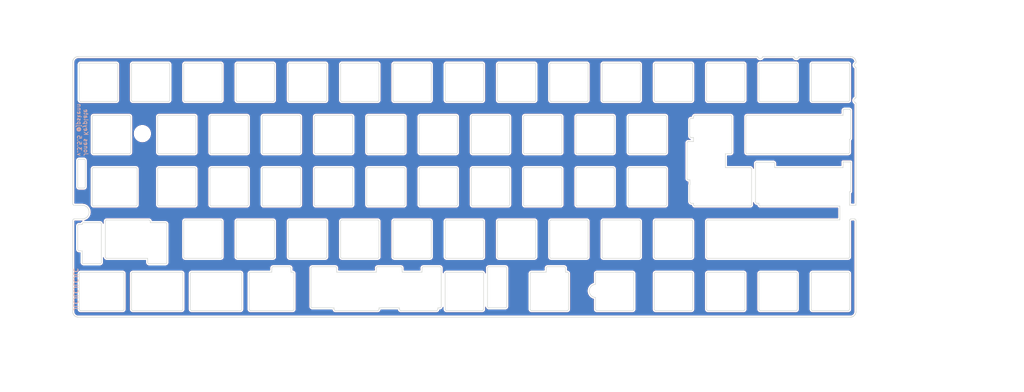
<source format=kicad_pcb>
(kicad_pcb (version 20171130) (host pcbnew "(5.1.9-0-10_14)")
  (layers (0 F.Cu signal) (31 B.Cu signal) (34 B.Paste user) (35 F.Paste user) (36 B.SilkS user) (37 F.SilkS user) (38 B.Mask user) (39 F.Mask user) (44 Edge.Cuts user))
  (net 0 "")
  (module MountingHole:MountingHole_5.3mm_M5 (layer F.Cu) (at 59.925 24.9)
    (fp_text reference REF** hide)
    (fp_text value MountingHole_5.3mm_M5)
    (pad 1 np_thru_hole circle (at 0 0) (size 5.3 5.3) (drill 5.3) (layers *.Cu *.Mask))
  )
  (gr_text "Jones Keyplate\nv.3.5.5 @jpskenn" (at 38.15 33.2 -90) (layer B.SilkS) (effects (font (size 1.5 1.5) (thickness 0.25)) (justify left mirror)))
  (gr_text JLCJLCJLCJLC (at 35.65 81.65 270) (layer B.SilkS) (effects (font (size 1.5 1.5) (thickness 0.3)) (justify mirror)))
  (gr_line (start 317.589955 12.782275) (end 317.589955 -0.405232) (layer Edge.Cuts) (width 0.2))
  (gr_curve (pts (xy 317.183564 13.188674) (xy 317.407925 13.188674) (xy 317.589955 13.00664) (xy 317.589955 12.782275)) (layer Edge.Cuts) (width 0.2))
  (gr_line (start 303.996396 13.188674) (end 317.183564 13.188674) (layer Edge.Cuts) (width 0.2))
  (gr_curve (pts (xy 303.590005 12.782275) (xy 303.590005 13.00664) (xy 303.77169 13.188674) (xy 303.996396 13.188674)) (layer Edge.Cuts) (width 0.2))
  (gr_line (start 303.590005 -0.405232) (end 303.590005 12.782275) (layer Edge.Cuts) (width 0.2))
  (gr_curve (pts (xy 303.996396 -0.81163) (xy 303.77169 -0.81163) (xy 303.590005 -0.629598) (xy 303.590005 -0.405232)) (layer Edge.Cuts) (width 0.2))
  (gr_line (start 317.183564 -0.81163) (end 303.996396 -0.81163) (layer Edge.Cuts) (width 0.2))
  (gr_curve (pts (xy 317.589955 -0.405232) (xy 317.589955 -0.629598) (xy 317.407925 -0.81163) (xy 317.183564 -0.81163)) (layer Edge.Cuts) (width 0.2))
  (gr_line (start 298.540003 12.782275) (end 298.540003 -0.405232) (layer Edge.Cuts) (width 0.2))
  (gr_curve (pts (xy 298.133611 13.188674) (xy 298.357973 13.188674) (xy 298.540003 13.00664) (xy 298.540003 12.782275)) (layer Edge.Cuts) (width 0.2))
  (gr_line (start 284.946443 13.188674) (end 298.133611 13.188674) (layer Edge.Cuts) (width 0.2))
  (gr_curve (pts (xy 284.540052 12.782275) (xy 284.540052 13.00664) (xy 284.721738 13.188674) (xy 284.946443 13.188674)) (layer Edge.Cuts) (width 0.2))
  (gr_line (start 284.540052 -0.405232) (end 284.540052 12.782275) (layer Edge.Cuts) (width 0.2))
  (gr_curve (pts (xy 284.946443 -0.81163) (xy 284.721738 -0.81163) (xy 284.540052 -0.629598) (xy 284.540052 -0.405232)) (layer Edge.Cuts) (width 0.2))
  (gr_line (start 298.133611 -0.81163) (end 284.946443 -0.81163) (layer Edge.Cuts) (width 0.2))
  (gr_curve (pts (xy 298.540003 -0.405232) (xy 298.540003 -0.629598) (xy 298.357973 -0.81163) (xy 298.133611 -0.81163)) (layer Edge.Cuts) (width 0.2))
  (gr_curve (pts (xy 107.540597 13.188674) (xy 107.814702 13.188674) (xy 108.040479 12.962895) (xy 108.040479 12.688435)) (layer Edge.Cuts) (width 0.2))
  (gr_line (start 94.540416 13.188674) (end 107.540597 13.188674) (layer Edge.Cuts) (width 0.2))
  (gr_curve (pts (xy 94.040529 12.688435) (xy 94.040529 12.962895) (xy 94.266305 13.188674) (xy 94.540416 13.188674)) (layer Edge.Cuts) (width 0.2))
  (gr_line (start 94.040529 -0.311393) (end 94.040529 12.688435) (layer Edge.Cuts) (width 0.2))
  (gr_curve (pts (xy 94.540416 -0.81163) (xy 94.266305 -0.81163) (xy 94.040529 -0.585853) (xy 94.040529 -0.311393)) (layer Edge.Cuts) (width 0.2))
  (gr_line (start 107.540597 -0.81163) (end 94.540416 -0.81163) (layer Edge.Cuts) (width 0.2))
  (gr_curve (pts (xy 108.040479 -0.311393) (xy 108.040479 -0.585853) (xy 107.814702 -0.81163) (xy 107.540597 -0.81163)) (layer Edge.Cuts) (width 0.2))
  (gr_line (start 108.040479 12.688435) (end 108.040479 -0.311393) (layer Edge.Cuts) (width 0.2))
  (gr_curve (pts (xy 202.790359 13.188674) (xy 203.064469 13.188674) (xy 203.290241 12.962895) (xy 203.290241 12.688435)) (layer Edge.Cuts) (width 0.2))
  (gr_line (start 189.790172 13.188674) (end 202.790359 13.188674) (layer Edge.Cuts) (width 0.2))
  (gr_curve (pts (xy 189.29029 12.688435) (xy 189.29029 12.962895) (xy 189.516073 13.188674) (xy 189.790172 13.188674)) (layer Edge.Cuts) (width 0.2))
  (gr_line (start 189.29029 -0.311393) (end 189.29029 12.688435) (layer Edge.Cuts) (width 0.2))
  (gr_curve (pts (xy 189.790172 -0.81163) (xy 189.516073 -0.81163) (xy 189.29029 -0.585853) (xy 189.29029 -0.311393)) (layer Edge.Cuts) (width 0.2))
  (gr_line (start 202.790359 -0.81163) (end 189.790172 -0.81163) (layer Edge.Cuts) (width 0.2))
  (gr_curve (pts (xy 203.290241 -0.311393) (xy 203.290241 -0.585853) (xy 203.064469 -0.81163) (xy 202.790359 -0.81163)) (layer Edge.Cuts) (width 0.2))
  (gr_line (start 203.290241 12.688435) (end 203.290241 -0.311393) (layer Edge.Cuts) (width 0.2))
  (gr_curve (pts (xy 240.890263 13.188674) (xy 241.164363 13.188674) (xy 241.390145 12.962895) (xy 241.390145 12.688435)) (layer Edge.Cuts) (width 0.2))
  (gr_line (start 227.890077 13.188674) (end 240.890263 13.188674) (layer Edge.Cuts) (width 0.2))
  (gr_curve (pts (xy 227.390195 12.688435) (xy 227.390195 12.962895) (xy 227.615978 13.188674) (xy 227.890077 13.188674)) (layer Edge.Cuts) (width 0.2))
  (gr_line (start 227.390195 -0.311393) (end 227.390195 12.688435) (layer Edge.Cuts) (width 0.2))
  (gr_curve (pts (xy 227.890077 -0.81163) (xy 227.615978 -0.81163) (xy 227.390195 -0.585853) (xy 227.390195 -0.311393)) (layer Edge.Cuts) (width 0.2))
  (gr_line (start 240.890263 -0.81163) (end 227.890077 -0.81163) (layer Edge.Cuts) (width 0.2))
  (gr_curve (pts (xy 241.390145 -0.311393) (xy 241.390145 -0.585853) (xy 241.164363 -0.81163) (xy 240.890263 -0.81163)) (layer Edge.Cuts) (width 0.2))
  (gr_line (start 241.390145 12.688435) (end 241.390145 -0.311393) (layer Edge.Cuts) (width 0.2))
  (gr_curve (pts (xy 183.740406 13.188674) (xy 184.014517 13.188674) (xy 184.240288 12.962895) (xy 184.240288 12.688435)) (layer Edge.Cuts) (width 0.2))
  (gr_line (start 170.74022 13.188674) (end 183.740406 13.188674) (layer Edge.Cuts) (width 0.2))
  (gr_curve (pts (xy 170.240338 12.688435) (xy 170.240338 12.962895) (xy 170.46612 13.188674) (xy 170.74022 13.188674)) (layer Edge.Cuts) (width 0.2))
  (gr_line (start 170.240338 -0.311393) (end 170.240338 12.688435) (layer Edge.Cuts) (width 0.2))
  (gr_curve (pts (xy 170.74022 -0.81163) (xy 170.46612 -0.81163) (xy 170.240338 -0.585853) (xy 170.240338 -0.311393)) (layer Edge.Cuts) (width 0.2))
  (gr_line (start 183.740406 -0.81163) (end 170.74022 -0.81163) (layer Edge.Cuts) (width 0.2))
  (gr_curve (pts (xy 184.240288 -0.311393) (xy 184.240288 -0.585853) (xy 184.014517 -0.81163) (xy 183.740406 -0.81163)) (layer Edge.Cuts) (width 0.2))
  (gr_line (start 184.240288 12.688435) (end 184.240288 -0.311393) (layer Edge.Cuts) (width 0.2))
  (gr_curve (pts (xy 164.690454 13.188674) (xy 164.964564 13.188674) (xy 165.190336 12.962895) (xy 165.190336 12.688435)) (layer Edge.Cuts) (width 0.2))
  (gr_line (start 151.690268 13.188674) (end 164.690454 13.188674) (layer Edge.Cuts) (width 0.2))
  (gr_curve (pts (xy 151.190386 12.688435) (xy 151.190386 12.962895) (xy 151.416168 13.188674) (xy 151.690268 13.188674)) (layer Edge.Cuts) (width 0.2))
  (gr_line (start 151.190386 -0.311393) (end 151.190386 12.688435) (layer Edge.Cuts) (width 0.2))
  (gr_curve (pts (xy 151.690268 -0.81163) (xy 151.416168 -0.81163) (xy 151.190386 -0.585853) (xy 151.190386 -0.311393)) (layer Edge.Cuts) (width 0.2))
  (gr_line (start 164.690454 -0.81163) (end 151.690268 -0.81163) (layer Edge.Cuts) (width 0.2))
  (gr_curve (pts (xy 165.190336 -0.311393) (xy 165.190336 -0.585853) (xy 164.964564 -0.81163) (xy 164.690454 -0.81163)) (layer Edge.Cuts) (width 0.2))
  (gr_line (start 165.190336 12.688435) (end 165.190336 -0.311393) (layer Edge.Cuts) (width 0.2))
  (gr_curve (pts (xy 259.940216 13.188674) (xy 260.214315 13.188674) (xy 260.440098 12.962895) (xy 260.440098 12.688435)) (layer Edge.Cuts) (width 0.2))
  (gr_line (start 246.94003 13.188674) (end 259.940216 13.188674) (layer Edge.Cuts) (width 0.2))
  (gr_curve (pts (xy 246.440148 12.688435) (xy 246.440148 12.962895) (xy 246.66593 13.188674) (xy 246.94003 13.188674)) (layer Edge.Cuts) (width 0.2))
  (gr_line (start 246.440148 -0.311393) (end 246.440148 12.688435) (layer Edge.Cuts) (width 0.2))
  (gr_curve (pts (xy 246.94003 -0.81163) (xy 246.66593 -0.81163) (xy 246.440148 -0.585853) (xy 246.440148 -0.311393)) (layer Edge.Cuts) (width 0.2))
  (gr_line (start 259.940216 -0.81163) (end 246.94003 -0.81163) (layer Edge.Cuts) (width 0.2))
  (gr_curve (pts (xy 260.440098 -0.311393) (xy 260.440098 -0.585853) (xy 260.214315 -0.81163) (xy 259.940216 -0.81163)) (layer Edge.Cuts) (width 0.2))
  (gr_line (start 260.440098 12.688435) (end 260.440098 -0.311393) (layer Edge.Cuts) (width 0.2))
  (gr_curve (pts (xy 88.490644 13.188674) (xy 88.764749 13.188674) (xy 88.990526 12.962895) (xy 88.990526 12.688435)) (layer Edge.Cuts) (width 0.2))
  (gr_line (start 75.490464 13.188674) (end 88.490644 13.188674) (layer Edge.Cuts) (width 0.2))
  (gr_curve (pts (xy 74.990576 12.688435) (xy 74.990576 12.962895) (xy 75.216353 13.188674) (xy 75.490464 13.188674)) (layer Edge.Cuts) (width 0.2))
  (gr_line (start 74.990576 -0.311393) (end 74.990576 12.688435) (layer Edge.Cuts) (width 0.2))
  (gr_curve (pts (xy 75.490464 -0.81163) (xy 75.216353 -0.81163) (xy 74.990576 -0.585853) (xy 74.990576 -0.311393)) (layer Edge.Cuts) (width 0.2))
  (gr_line (start 88.490644 -0.81163) (end 75.490464 -0.81163) (layer Edge.Cuts) (width 0.2))
  (gr_curve (pts (xy 88.990526 -0.311393) (xy 88.990526 -0.585853) (xy 88.764749 -0.81163) (xy 88.490644 -0.81163)) (layer Edge.Cuts) (width 0.2))
  (gr_line (start 88.990526 12.688435) (end 88.990526 -0.311393) (layer Edge.Cuts) (width 0.2))
  (gr_curve (pts (xy 221.840311 13.188674) (xy 222.114411 13.188674) (xy 222.340193 12.962895) (xy 222.340193 12.688435)) (layer Edge.Cuts) (width 0.2))
  (gr_line (start 208.840125 13.188674) (end 221.840311 13.188674) (layer Edge.Cuts) (width 0.2))
  (gr_curve (pts (xy 208.340243 12.688435) (xy 208.340243 12.962895) (xy 208.566025 13.188674) (xy 208.840125 13.188674)) (layer Edge.Cuts) (width 0.2))
  (gr_line (start 208.340243 -0.311393) (end 208.340243 12.688435) (layer Edge.Cuts) (width 0.2))
  (gr_curve (pts (xy 208.840125 -0.81163) (xy 208.566025 -0.81163) (xy 208.340243 -0.585853) (xy 208.340243 -0.311393)) (layer Edge.Cuts) (width 0.2))
  (gr_line (start 221.840311 -0.81163) (end 208.840125 -0.81163) (layer Edge.Cuts) (width 0.2))
  (gr_curve (pts (xy 222.340193 -0.311393) (xy 222.340193 -0.585853) (xy 222.114411 -0.81163) (xy 221.840311 -0.81163)) (layer Edge.Cuts) (width 0.2))
  (gr_line (start 222.340193 12.688435) (end 222.340193 -0.311393) (layer Edge.Cuts) (width 0.2))
  (gr_curve (pts (xy 55.940624 12.688435) (xy 55.940624 12.962895) (xy 56.166401 13.188674) (xy 56.440509 13.188674)) (layer Edge.Cuts) (width 0.2))
  (gr_line (start 55.940624 -0.311393) (end 55.940624 12.688435) (layer Edge.Cuts) (width 0.2))
  (gr_curve (pts (xy 56.440509 -0.81163) (xy 56.166401 -0.81163) (xy 55.940624 -0.585853) (xy 55.940624 -0.311393)) (layer Edge.Cuts) (width 0.2))
  (gr_line (start 69.440689 -0.81163) (end 56.440509 -0.81163) (layer Edge.Cuts) (width 0.2))
  (gr_curve (pts (xy 69.940574 -0.311393) (xy 69.940574 -0.585853) (xy 69.714797 -0.81163) (xy 69.440689 -0.81163)) (layer Edge.Cuts) (width 0.2))
  (gr_line (start 69.940574 12.688435) (end 69.940574 -0.311393) (layer Edge.Cuts) (width 0.2))
  (gr_curve (pts (xy 69.440689 13.188674) (xy 69.714797 13.188674) (xy 69.940574 12.962895) (xy 69.940574 12.688435)) (layer Edge.Cuts) (width 0.2))
  (gr_line (start 56.440509 13.188674) (end 69.440689 13.188674) (layer Edge.Cuts) (width 0.2))
  (gr_curve (pts (xy 126.590549 13.188674) (xy 126.86466 13.188674) (xy 127.090431 12.962895) (xy 127.090431 12.688435)) (layer Edge.Cuts) (width 0.2))
  (gr_line (start 113.590368 13.188674) (end 126.590549 13.188674) (layer Edge.Cuts) (width 0.2))
  (gr_curve (pts (xy 113.090481 12.688435) (xy 113.090481 12.962895) (xy 113.316258 13.188674) (xy 113.590368 13.188674)) (layer Edge.Cuts) (width 0.2))
  (gr_line (start 113.090481 -0.311393) (end 113.090481 12.688435) (layer Edge.Cuts) (width 0.2))
  (gr_curve (pts (xy 113.590368 -0.81163) (xy 113.316258 -0.81163) (xy 113.090481 -0.585853) (xy 113.090481 -0.311393)) (layer Edge.Cuts) (width 0.2))
  (gr_line (start 126.590549 -0.81163) (end 113.590368 -0.81163) (layer Edge.Cuts) (width 0.2))
  (gr_curve (pts (xy 127.090431 -0.311393) (xy 127.090431 -0.585853) (xy 126.86466 -0.81163) (xy 126.590549 -0.81163)) (layer Edge.Cuts) (width 0.2))
  (gr_line (start 127.090431 12.688435) (end 127.090431 -0.311393) (layer Edge.Cuts) (width 0.2))
  (gr_curve (pts (xy 50.390738 13.188674) (xy 50.664846 13.188674) (xy 50.890623 12.962895) (xy 50.890623 12.688435)) (layer Edge.Cuts) (width 0.2))
  (gr_line (start 37.390556 13.188674) (end 50.390738 13.188674) (layer Edge.Cuts) (width 0.2))
  (gr_curve (pts (xy 36.890671 12.688435) (xy 36.890671 12.962895) (xy 37.116449 13.188674) (xy 37.390556 13.188674)) (layer Edge.Cuts) (width 0.2))
  (gr_line (start 36.890671 -0.311393) (end 36.890671 12.688435) (layer Edge.Cuts) (width 0.2))
  (gr_curve (pts (xy 37.390556 -0.81163) (xy 37.116449 -0.81163) (xy 36.890671 -0.585853) (xy 36.890671 -0.311393)) (layer Edge.Cuts) (width 0.2))
  (gr_line (start 50.390738 -0.81163) (end 37.390556 -0.81163) (layer Edge.Cuts) (width 0.2))
  (gr_curve (pts (xy 50.890623 -0.311393) (xy 50.890623 -0.585853) (xy 50.664846 -0.81163) (xy 50.390738 -0.81163)) (layer Edge.Cuts) (width 0.2))
  (gr_line (start 50.890623 12.688435) (end 50.890623 -0.311393) (layer Edge.Cuts) (width 0.2))
  (gr_curve (pts (xy 145.640501 13.188674) (xy 145.914612 13.188674) (xy 146.140384 12.962895) (xy 146.140384 12.688435)) (layer Edge.Cuts) (width 0.2))
  (gr_line (start 132.640315 13.188674) (end 145.640501 13.188674) (layer Edge.Cuts) (width 0.2))
  (gr_curve (pts (xy 132.140433 12.688435) (xy 132.140433 12.962895) (xy 132.366216 13.188674) (xy 132.640315 13.188674)) (layer Edge.Cuts) (width 0.2))
  (gr_line (start 132.140433 -0.311393) (end 132.140433 12.688435) (layer Edge.Cuts) (width 0.2))
  (gr_curve (pts (xy 132.640315 -0.81163) (xy 132.366216 -0.81163) (xy 132.140433 -0.585853) (xy 132.140433 -0.311393)) (layer Edge.Cuts) (width 0.2))
  (gr_line (start 145.640501 -0.81163) (end 132.640315 -0.81163) (layer Edge.Cuts) (width 0.2))
  (gr_curve (pts (xy 146.140384 -0.311393) (xy 146.140384 -0.585853) (xy 145.914612 -0.81163) (xy 145.640501 -0.81163)) (layer Edge.Cuts) (width 0.2))
  (gr_line (start 146.140384 12.688435) (end 146.140384 -0.311393) (layer Edge.Cuts) (width 0.2))
  (gr_curve (pts (xy 278.990168 13.188674) (xy 279.264268 13.188674) (xy 279.49005 12.962895) (xy 279.49005 12.688435)) (layer Edge.Cuts) (width 0.2))
  (gr_line (start 265.989982 13.188674) (end 278.990168 13.188674) (layer Edge.Cuts) (width 0.2))
  (gr_curve (pts (xy 265.4901 12.688435) (xy 265.4901 12.962895) (xy 265.715882 13.188674) (xy 265.989982 13.188674)) (layer Edge.Cuts) (width 0.2))
  (gr_line (start 265.4901 -0.311393) (end 265.4901 12.688435) (layer Edge.Cuts) (width 0.2))
  (gr_curve (pts (xy 265.989982 -0.81163) (xy 265.715882 -0.81163) (xy 265.4901 -0.585853) (xy 265.4901 -0.311393)) (layer Edge.Cuts) (width 0.2))
  (gr_line (start 278.990168 -0.81163) (end 265.989982 -0.81163) (layer Edge.Cuts) (width 0.2))
  (gr_curve (pts (xy 279.49005 -0.311393) (xy 279.49005 -0.585853) (xy 279.264268 -0.81163) (xy 278.990168 -0.81163)) (layer Edge.Cuts) (width 0.2))
  (gr_line (start 279.49005 12.688435) (end 279.49005 -0.311393) (layer Edge.Cuts) (width 0.2))
  (gr_curve (pts (xy 62.331176 24.894163) (xy 62.331176 23.569839) (xy 61.255561 22.494224) (xy 59.931237 22.494224)) (layer Edge.Cuts) (width 0.2))
  (gr_curve (pts (xy 59.931237 27.294457) (xy 61.255561 27.294457) (xy 62.331176 26.218842) (xy 62.331176 24.894163)) (layer Edge.Cuts) (width 0.2))
  (gr_curve (pts (xy 57.530943 24.894163) (xy 57.530943 26.218842) (xy 58.606558 27.294457) (xy 59.931237 27.294457)) (layer Edge.Cuts) (width 0.2))
  (gr_curve (pts (xy 59.931237 22.494224) (xy 58.606558 22.494224) (xy 57.530943 23.569839) (xy 57.530943 24.894163)) (layer Edge.Cuts) (width 0.2))
  (gr_curve (pts (xy 250.415239 32.238625) (xy 250.689339 32.238625) (xy 250.915122 32.012848) (xy 250.915122 31.738387)) (layer Edge.Cuts) (width 0.2))
  (gr_line (start 237.415053 32.238625) (end 250.415239 32.238625) (layer Edge.Cuts) (width 0.2))
  (gr_curve (pts (xy 236.915171 31.738387) (xy 236.915171 32.012848) (xy 237.140954 32.238625) (xy 237.415053 32.238625)) (layer Edge.Cuts) (width 0.2))
  (gr_line (start 236.915171 18.738559) (end 236.915171 31.738387) (layer Edge.Cuts) (width 0.2))
  (gr_curve (pts (xy 237.415053 18.238322) (xy 237.140954 18.238322) (xy 236.915171 18.464099) (xy 236.915171 18.738559)) (layer Edge.Cuts) (width 0.2))
  (gr_line (start 250.415239 18.238322) (end 237.415053 18.238322) (layer Edge.Cuts) (width 0.2))
  (gr_curve (pts (xy 250.915122 18.738559) (xy 250.915122 18.464099) (xy 250.689339 18.238322) (xy 250.415239 18.238322)) (layer Edge.Cuts) (width 0.2))
  (gr_line (start 250.915122 31.738387) (end 250.915122 18.738559) (layer Edge.Cuts) (width 0.2))
  (gr_curve (pts (xy 136.115525 32.238625) (xy 136.389636 32.238625) (xy 136.615407 32.012848) (xy 136.615407 31.738387)) (layer Edge.Cuts) (width 0.2))
  (gr_line (start 123.115339 32.238625) (end 136.115525 32.238625) (layer Edge.Cuts) (width 0.2))
  (gr_curve (pts (xy 122.615457 31.738387) (xy 122.615457 32.012848) (xy 122.841239 32.238625) (xy 123.115339 32.238625)) (layer Edge.Cuts) (width 0.2))
  (gr_line (start 122.615457 18.738559) (end 122.615457 31.738387) (layer Edge.Cuts) (width 0.2))
  (gr_curve (pts (xy 123.115339 18.238322) (xy 122.841239 18.238322) (xy 122.615457 18.464099) (xy 122.615457 18.738559)) (layer Edge.Cuts) (width 0.2))
  (gr_line (start 136.115525 18.238322) (end 123.115339 18.238322) (layer Edge.Cuts) (width 0.2))
  (gr_curve (pts (xy 136.615407 18.738559) (xy 136.615407 18.464099) (xy 136.389636 18.238322) (xy 136.115525 18.238322)) (layer Edge.Cuts) (width 0.2))
  (gr_line (start 136.615407 31.738387) (end 136.615407 18.738559) (layer Edge.Cuts) (width 0.2))
  (gr_line (start 280.277446 32.238625) (end 317.090073 32.238625) (layer Edge.Cuts) (width 0.2))
  (gr_curve (pts (xy 279.777564 31.738387) (xy 279.777564 32.012848) (xy 280.003347 32.238625) (xy 280.277446 32.238625)) (layer Edge.Cuts) (width 0.2))
  (gr_line (start 279.777564 18.738559) (end 279.777564 31.738387) (layer Edge.Cuts) (width 0.2))
  (gr_curve (pts (xy 280.277446 18.238322) (xy 280.003347 18.238322) (xy 279.777564 18.464099) (xy 279.777564 18.738559)) (layer Edge.Cuts) (width 0.2))
  (gr_line (start 315.208711 18.238322) (end 280.277446 18.238322) (layer Edge.Cuts) (width 0.2))
  (gr_curve (pts (xy 315.208711 16.489607) (xy 315.208711 17.152121) (xy 315.208711 18.238322) (xy 315.208711 18.238322)) (layer Edge.Cuts) (width 0.2))
  (gr_curve (pts (xy 315.708593 15.989369) (xy 315.432383 15.989369) (xy 315.208711 16.213383) (xy 315.208711 16.489607)) (layer Edge.Cuts) (width 0.2))
  (gr_line (start 317.471078 15.989369) (end 315.708593 15.989369) (layer Edge.Cuts) (width 0.2))
  (gr_curve (pts (xy 317.824544 16.135772) (xy 317.731074 16.042286) (xy 317.603714 15.989369) (xy 317.471078 15.989369)) (layer Edge.Cuts) (width 0.2))
  (gr_curve (pts (xy 317.971304 16.489607) (xy 317.971304 16.356963) (xy 317.918401 16.22961) (xy 317.824544 16.135772)) (layer Edge.Cuts) (width 0.2))
  (gr_curve (pts (xy 317.971304 26.607601) (xy 317.971304 24.94955) (xy 317.971304 18.363556) (xy 317.971304 16.489607)) (layer Edge.Cuts) (width 0.2))
  (gr_curve (pts (xy 317.590299 26.9886) (xy 317.800557 26.9886) (xy 317.971304 26.817856) (xy 317.971304 26.607601)) (layer Edge.Cuts) (width 0.2))
  (gr_line (start 317.589955 26.9886) (end 317.590299 26.9886) (layer Edge.Cuts) (width 0.2))
  (gr_line (start 317.589955 31.738387) (end 317.589955 26.9886) (layer Edge.Cuts) (width 0.2))
  (gr_curve (pts (xy 317.090073 32.238625) (xy 317.364172 32.238625) (xy 317.589955 32.012848) (xy 317.589955 31.738387)) (layer Edge.Cuts) (width 0.2))
  (gr_curve (pts (xy 117.065573 32.238625) (xy 117.339678 32.238625) (xy 117.565455 32.012848) (xy 117.565455 31.738387)) (layer Edge.Cuts) (width 0.2))
  (gr_line (start 104.065392 32.238625) (end 117.065573 32.238625) (layer Edge.Cuts) (width 0.2))
  (gr_curve (pts (xy 103.565505 31.738387) (xy 103.565505 32.012848) (xy 103.791282 32.238625) (xy 104.065392 32.238625)) (layer Edge.Cuts) (width 0.2))
  (gr_line (start 103.565505 18.738559) (end 103.565505 31.738387) (layer Edge.Cuts) (width 0.2))
  (gr_curve (pts (xy 104.065392 18.238322) (xy 103.791282 18.238322) (xy 103.565505 18.464099) (xy 103.565505 18.738559)) (layer Edge.Cuts) (width 0.2))
  (gr_line (start 117.065573 18.238322) (end 104.065392 18.238322) (layer Edge.Cuts) (width 0.2))
  (gr_curve (pts (xy 117.565455 18.738559) (xy 117.565455 18.464099) (xy 117.339678 18.238322) (xy 117.065573 18.238322)) (layer Edge.Cuts) (width 0.2))
  (gr_line (start 117.565455 31.738387) (end 117.565455 18.738559) (layer Edge.Cuts) (width 0.2))
  (gr_curve (pts (xy 193.265382 32.238625) (xy 193.539493 32.238625) (xy 193.765264 32.012848) (xy 193.765264 31.738387)) (layer Edge.Cuts) (width 0.2))
  (gr_line (start 180.265196 32.238625) (end 193.265382 32.238625) (layer Edge.Cuts) (width 0.2))
  (gr_curve (pts (xy 179.765314 31.738387) (xy 179.765314 32.012848) (xy 179.991097 32.238625) (xy 180.265196 32.238625)) (layer Edge.Cuts) (width 0.2))
  (gr_line (start 179.765314 18.738559) (end 179.765314 31.738387) (layer Edge.Cuts) (width 0.2))
  (gr_curve (pts (xy 180.265196 18.238322) (xy 179.991097 18.238322) (xy 179.765314 18.464099) (xy 179.765314 18.738559)) (layer Edge.Cuts) (width 0.2))
  (gr_line (start 193.265382 18.238322) (end 180.265196 18.238322) (layer Edge.Cuts) (width 0.2))
  (gr_curve (pts (xy 193.765264 18.738559) (xy 193.765264 18.464099) (xy 193.539493 18.238322) (xy 193.265382 18.238322)) (layer Edge.Cuts) (width 0.2))
  (gr_line (start 193.765264 31.738387) (end 193.765264 18.738559) (layer Edge.Cuts) (width 0.2))
  (gr_curve (pts (xy 155.165478 32.238625) (xy 155.439588 32.238625) (xy 155.66536 32.012848) (xy 155.66536 31.738387)) (layer Edge.Cuts) (width 0.2))
  (gr_line (start 142.165292 32.238625) (end 155.165478 32.238625) (layer Edge.Cuts) (width 0.2))
  (gr_curve (pts (xy 141.665409 31.738387) (xy 141.665409 32.012848) (xy 141.891192 32.238625) (xy 142.165292 32.238625)) (layer Edge.Cuts) (width 0.2))
  (gr_line (start 141.665409 18.738559) (end 141.665409 31.738387) (layer Edge.Cuts) (width 0.2))
  (gr_curve (pts (xy 142.165292 18.238322) (xy 141.891192 18.238322) (xy 141.665409 18.464099) (xy 141.665409 18.738559)) (layer Edge.Cuts) (width 0.2))
  (gr_line (start 155.165478 18.238322) (end 142.165292 18.238322) (layer Edge.Cuts) (width 0.2))
  (gr_curve (pts (xy 155.66536 18.738559) (xy 155.66536 18.464099) (xy 155.439588 18.238322) (xy 155.165478 18.238322)) (layer Edge.Cuts) (width 0.2))
  (gr_line (start 155.66536 31.738387) (end 155.66536 18.738559) (layer Edge.Cuts) (width 0.2))
  (gr_curve (pts (xy 174.21543 32.238625) (xy 174.48954 32.238625) (xy 174.715312 32.012848) (xy 174.715312 31.738387)) (layer Edge.Cuts) (width 0.2))
  (gr_line (start 161.215244 32.238625) (end 174.21543 32.238625) (layer Edge.Cuts) (width 0.2))
  (gr_curve (pts (xy 160.715362 31.738387) (xy 160.715362 32.012848) (xy 160.941144 32.238625) (xy 161.215244 32.238625)) (layer Edge.Cuts) (width 0.2))
  (gr_line (start 160.715362 18.738559) (end 160.715362 31.738387) (layer Edge.Cuts) (width 0.2))
  (gr_curve (pts (xy 161.215244 18.238322) (xy 160.941144 18.238322) (xy 160.715362 18.464099) (xy 160.715362 18.738559)) (layer Edge.Cuts) (width 0.2))
  (gr_line (start 174.21543 18.238322) (end 161.215244 18.238322) (layer Edge.Cuts) (width 0.2))
  (gr_curve (pts (xy 174.715312 18.738559) (xy 174.715312 18.464099) (xy 174.48954 18.238322) (xy 174.21543 18.238322)) (layer Edge.Cuts) (width 0.2))
  (gr_line (start 174.715312 31.738387) (end 174.715312 18.738559) (layer Edge.Cuts) (width 0.2))
  (gr_curve (pts (xy 55.65311 18.738559) (xy 55.65311 18.464099) (xy 55.427333 18.238322) (xy 55.153225 18.238322)) (layer Edge.Cuts) (width 0.2))
  (gr_line (start 55.65311 31.738387) (end 55.65311 18.738559) (layer Edge.Cuts) (width 0.2))
  (gr_curve (pts (xy 55.153225 32.238625) (xy 55.427333 32.238625) (xy 55.65311 32.012848) (xy 55.65311 31.738387)) (layer Edge.Cuts) (width 0.2))
  (gr_line (start 42.153044 32.238625) (end 55.153225 32.238625) (layer Edge.Cuts) (width 0.2))
  (gr_curve (pts (xy 41.653159 31.738387) (xy 41.653159 32.012848) (xy 41.878936 32.238625) (xy 42.153044 32.238625)) (layer Edge.Cuts) (width 0.2))
  (gr_line (start 41.653159 18.738559) (end 41.653159 31.738387) (layer Edge.Cuts) (width 0.2))
  (gr_curve (pts (xy 42.153044 18.238322) (xy 41.878936 18.238322) (xy 41.653159 18.464099) (xy 41.653159 18.738559)) (layer Edge.Cuts) (width 0.2))
  (gr_line (start 55.153225 18.238322) (end 42.153044 18.238322) (layer Edge.Cuts) (width 0.2))
  (gr_curve (pts (xy 212.315335 32.238625) (xy 212.589434 32.238625) (xy 212.815217 32.012848) (xy 212.815217 31.738387)) (layer Edge.Cuts) (width 0.2))
  (gr_line (start 199.315149 32.238625) (end 212.315335 32.238625) (layer Edge.Cuts) (width 0.2))
  (gr_curve (pts (xy 198.815267 31.738387) (xy 198.815267 32.012848) (xy 199.041049 32.238625) (xy 199.315149 32.238625)) (layer Edge.Cuts) (width 0.2))
  (gr_line (start 198.815267 18.738559) (end 198.815267 31.738387) (layer Edge.Cuts) (width 0.2))
  (gr_curve (pts (xy 199.315149 18.238322) (xy 199.041049 18.238322) (xy 198.815267 18.464099) (xy 198.815267 18.738559)) (layer Edge.Cuts) (width 0.2))
  (gr_line (start 212.315335 18.238322) (end 199.315149 18.238322) (layer Edge.Cuts) (width 0.2))
  (gr_curve (pts (xy 212.815217 18.738559) (xy 212.815217 18.464099) (xy 212.589434 18.238322) (xy 212.315335 18.238322)) (layer Edge.Cuts) (width 0.2))
  (gr_line (start 212.815217 31.738387) (end 212.815217 18.738559) (layer Edge.Cuts) (width 0.2))
  (gr_curve (pts (xy 98.01562 32.238625) (xy 98.289726 32.238625) (xy 98.515503 32.012848) (xy 98.515503 31.738387)) (layer Edge.Cuts) (width 0.2))
  (gr_line (start 85.01544 32.238625) (end 98.01562 32.238625) (layer Edge.Cuts) (width 0.2))
  (gr_curve (pts (xy 84.515552 31.738387) (xy 84.515552 32.012848) (xy 84.741329 32.238625) (xy 85.01544 32.238625)) (layer Edge.Cuts) (width 0.2))
  (gr_line (start 84.515552 18.738559) (end 84.515552 31.738387) (layer Edge.Cuts) (width 0.2))
  (gr_curve (pts (xy 85.01544 18.238322) (xy 84.741329 18.238322) (xy 84.515552 18.464099) (xy 84.515552 18.738559)) (layer Edge.Cuts) (width 0.2))
  (gr_line (start 98.01562 18.238322) (end 85.01544 18.238322) (layer Edge.Cuts) (width 0.2))
  (gr_curve (pts (xy 98.515503 18.738559) (xy 98.515503 18.464099) (xy 98.289726 18.238322) (xy 98.01562 18.238322)) (layer Edge.Cuts) (width 0.2))
  (gr_line (start 98.515503 31.738387) (end 98.515503 18.738559) (layer Edge.Cuts) (width 0.2))
  (gr_curve (pts (xy 231.365287 32.238625) (xy 231.639387 32.238625) (xy 231.865169 32.012848) (xy 231.865169 31.738387)) (layer Edge.Cuts) (width 0.2))
  (gr_line (start 218.365101 32.238625) (end 231.365287 32.238625) (layer Edge.Cuts) (width 0.2))
  (gr_curve (pts (xy 217.865219 31.738387) (xy 217.865219 32.012848) (xy 218.091001 32.238625) (xy 218.365101 32.238625)) (layer Edge.Cuts) (width 0.2))
  (gr_line (start 217.865219 18.738559) (end 217.865219 31.738387) (layer Edge.Cuts) (width 0.2))
  (gr_curve (pts (xy 218.365101 18.238322) (xy 218.091001 18.238322) (xy 217.865219 18.464099) (xy 217.865219 18.738559)) (layer Edge.Cuts) (width 0.2))
  (gr_line (start 231.365287 18.238322) (end 218.365101 18.238322) (layer Edge.Cuts) (width 0.2))
  (gr_curve (pts (xy 231.865169 18.738559) (xy 231.865169 18.464099) (xy 231.639387 18.238322) (xy 231.365287 18.238322)) (layer Edge.Cuts) (width 0.2))
  (gr_line (start 231.865169 31.738387) (end 231.865169 18.738559) (layer Edge.Cuts) (width 0.2))
  (gr_curve (pts (xy 65.4656 31.738387) (xy 65.4656 32.012848) (xy 65.691377 32.238625) (xy 65.965485 32.238625)) (layer Edge.Cuts) (width 0.2))
  (gr_line (start 65.4656 18.738559) (end 65.4656 31.738387) (layer Edge.Cuts) (width 0.2))
  (gr_curve (pts (xy 65.965485 18.238322) (xy 65.691377 18.238322) (xy 65.4656 18.464099) (xy 65.4656 18.738559)) (layer Edge.Cuts) (width 0.2))
  (gr_line (start 78.965668 18.238322) (end 65.965485 18.238322) (layer Edge.Cuts) (width 0.2))
  (gr_curve (pts (xy 79.46555 18.738559) (xy 79.46555 18.464099) (xy 79.239773 18.238322) (xy 78.965668 18.238322)) (layer Edge.Cuts) (width 0.2))
  (gr_line (start 79.46555 31.738387) (end 79.46555 18.738559) (layer Edge.Cuts) (width 0.2))
  (gr_curve (pts (xy 78.965668 32.238625) (xy 79.239773 32.238625) (xy 79.46555 32.012848) (xy 79.46555 31.738387)) (layer Edge.Cuts) (width 0.2))
  (gr_line (start 65.965485 32.238625) (end 78.965668 32.238625) (layer Edge.Cuts) (width 0.2))
  (gr_curve (pts (xy 39.115636 44.268669) (xy 39.115636 42.48856) (xy 39.115636 36.47089) (xy 39.115636 34.690778)) (layer Edge.Cuts) (width 0.2))
  (gr_curve (pts (xy 38.615751 44.768557) (xy 38.891975 44.768557) (xy 39.115636 44.54454) (xy 39.115636 44.268669)) (layer Edge.Cuts) (width 0.2))
  (gr_curve (pts (xy 36.853277 44.768557) (xy 37.35281 44.768557) (xy 38.116219 44.768557) (xy 38.615751 44.768557)) (layer Edge.Cuts) (width 0.2))
  (gr_curve (pts (xy 36.353393 44.268669) (xy 36.353393 44.54454) (xy 36.577053 44.768557) (xy 36.853277 44.768557)) (layer Edge.Cuts) (width 0.2))
  (gr_curve (pts (xy 36.353393 34.690778) (xy 36.353393 36.47089) (xy 36.353393 42.48856) (xy 36.353393 44.268669)) (layer Edge.Cuts) (width 0.2))
  (gr_curve (pts (xy 36.853277 34.190894) (xy 36.577053 34.190894) (xy 36.353393 34.414905) (xy 36.353393 34.690778)) (layer Edge.Cuts) (width 0.2))
  (gr_curve (pts (xy 38.615751 34.190894) (xy 38.116219 34.190894) (xy 37.35281 34.190894) (xy 36.853277 34.190894)) (layer Edge.Cuts) (width 0.2))
  (gr_curve (pts (xy 39.115636 34.690778) (xy 39.115636 34.414905) (xy 38.891975 34.190894) (xy 38.615751 34.190894)) (layer Edge.Cuts) (width 0.2))
  (gr_curve (pts (xy 136.115525 51.288577) (xy 136.389636 51.288577) (xy 136.615407 51.0628) (xy 136.615407 50.78834)) (layer Edge.Cuts) (width 0.2))
  (gr_line (start 123.115339 51.288577) (end 136.115525 51.288577) (layer Edge.Cuts) (width 0.2))
  (gr_curve (pts (xy 122.615457 50.78834) (xy 122.615457 51.0628) (xy 122.841239 51.288577) (xy 123.115339 51.288577)) (layer Edge.Cuts) (width 0.2))
  (gr_line (start 122.615457 37.788509) (end 122.615457 50.78834) (layer Edge.Cuts) (width 0.2))
  (gr_curve (pts (xy 123.115339 37.288272) (xy 122.841239 37.288272) (xy 122.615457 37.514049) (xy 122.615457 37.788509)) (layer Edge.Cuts) (width 0.2))
  (gr_line (start 136.115525 37.288272) (end 123.115339 37.288272) (layer Edge.Cuts) (width 0.2))
  (gr_curve (pts (xy 136.615407 37.788509) (xy 136.615407 37.514049) (xy 136.389636 37.288272) (xy 136.115525 37.288272)) (layer Edge.Cuts) (width 0.2))
  (gr_line (start 136.615407 50.78834) (end 136.615407 37.788509) (layer Edge.Cuts) (width 0.2))
  (gr_curve (pts (xy 58.034354 37.788509) (xy 58.034354 37.514049) (xy 57.808577 37.288272) (xy 57.534469 37.288272)) (layer Edge.Cuts) (width 0.2))
  (gr_line (start 58.034354 50.78834) (end 58.034354 37.788509) (layer Edge.Cuts) (width 0.2))
  (gr_curve (pts (xy 57.534469 51.288577) (xy 57.808577 51.288577) (xy 58.034354 51.0628) (xy 58.034354 50.78834)) (layer Edge.Cuts) (width 0.2))
  (gr_line (start 42.153044 51.288577) (end 57.534469 51.288577) (layer Edge.Cuts) (width 0.2))
  (gr_curve (pts (xy 41.653159 50.78834) (xy 41.653159 51.0628) (xy 41.878936 51.288577) (xy 42.153044 51.288577)) (layer Edge.Cuts) (width 0.2))
  (gr_line (start 41.653159 37.788509) (end 41.653159 50.78834) (layer Edge.Cuts) (width 0.2))
  (gr_curve (pts (xy 42.153044 37.288272) (xy 41.878936 37.288272) (xy 41.653159 37.514049) (xy 41.653159 37.788509)) (layer Edge.Cuts) (width 0.2))
  (gr_line (start 57.534469 37.288272) (end 42.153044 37.288272) (layer Edge.Cuts) (width 0.2))
  (gr_curve (pts (xy 98.01562 51.288577) (xy 98.289726 51.288577) (xy 98.515503 51.0628) (xy 98.515503 50.78834)) (layer Edge.Cuts) (width 0.2))
  (gr_line (start 85.01544 51.288577) (end 98.01562 51.288577) (layer Edge.Cuts) (width 0.2))
  (gr_curve (pts (xy 84.515552 50.78834) (xy 84.515552 51.0628) (xy 84.741329 51.288577) (xy 85.01544 51.288577)) (layer Edge.Cuts) (width 0.2))
  (gr_line (start 84.515552 37.788509) (end 84.515552 50.78834) (layer Edge.Cuts) (width 0.2))
  (gr_curve (pts (xy 85.01544 37.288272) (xy 84.741329 37.288272) (xy 84.515552 37.514049) (xy 84.515552 37.788509)) (layer Edge.Cuts) (width 0.2))
  (gr_line (start 98.01562 37.288272) (end 85.01544 37.288272) (layer Edge.Cuts) (width 0.2))
  (gr_curve (pts (xy 98.515503 37.788509) (xy 98.515503 37.514049) (xy 98.289726 37.288272) (xy 98.01562 37.288272)) (layer Edge.Cuts) (width 0.2))
  (gr_line (start 98.515503 50.78834) (end 98.515503 37.788509) (layer Edge.Cuts) (width 0.2))
  (gr_curve (pts (xy 174.21543 51.288577) (xy 174.48954 51.288577) (xy 174.715312 51.0628) (xy 174.715312 50.78834)) (layer Edge.Cuts) (width 0.2))
  (gr_line (start 161.215244 51.288577) (end 174.21543 51.288577) (layer Edge.Cuts) (width 0.2))
  (gr_curve (pts (xy 160.715362 50.78834) (xy 160.715362 51.0628) (xy 160.941144 51.288577) (xy 161.215244 51.288577)) (layer Edge.Cuts) (width 0.2))
  (gr_line (start 160.715362 37.788509) (end 160.715362 50.78834) (layer Edge.Cuts) (width 0.2))
  (gr_curve (pts (xy 161.215244 37.288272) (xy 160.941144 37.288272) (xy 160.715362 37.514049) (xy 160.715362 37.788509)) (layer Edge.Cuts) (width 0.2))
  (gr_line (start 174.21543 37.288272) (end 161.215244 37.288272) (layer Edge.Cuts) (width 0.2))
  (gr_curve (pts (xy 174.715312 37.788509) (xy 174.715312 37.514049) (xy 174.48954 37.288272) (xy 174.21543 37.288272)) (layer Edge.Cuts) (width 0.2))
  (gr_line (start 174.715312 50.78834) (end 174.715312 37.788509) (layer Edge.Cuts) (width 0.2))
  (gr_curve (pts (xy 193.265382 51.288577) (xy 193.539493 51.288577) (xy 193.765264 51.0628) (xy 193.765264 50.78834)) (layer Edge.Cuts) (width 0.2))
  (gr_line (start 180.265196 51.288577) (end 193.265382 51.288577) (layer Edge.Cuts) (width 0.2))
  (gr_curve (pts (xy 179.765314 50.78834) (xy 179.765314 51.0628) (xy 179.991097 51.288577) (xy 180.265196 51.288577)) (layer Edge.Cuts) (width 0.2))
  (gr_line (start 179.765314 37.788509) (end 179.765314 50.78834) (layer Edge.Cuts) (width 0.2))
  (gr_curve (pts (xy 180.265196 37.288272) (xy 179.991097 37.288272) (xy 179.765314 37.514049) (xy 179.765314 37.788509)) (layer Edge.Cuts) (width 0.2))
  (gr_line (start 193.265382 37.288272) (end 180.265196 37.288272) (layer Edge.Cuts) (width 0.2))
  (gr_curve (pts (xy 193.765264 37.788509) (xy 193.765264 37.514049) (xy 193.539493 37.288272) (xy 193.265382 37.288272)) (layer Edge.Cuts) (width 0.2))
  (gr_line (start 193.765264 50.78834) (end 193.765264 37.788509) (layer Edge.Cuts) (width 0.2))
  (gr_curve (pts (xy 155.165478 51.288577) (xy 155.439588 51.288577) (xy 155.66536 51.0628) (xy 155.66536 50.78834)) (layer Edge.Cuts) (width 0.2))
  (gr_line (start 142.165292 51.288577) (end 155.165478 51.288577) (layer Edge.Cuts) (width 0.2))
  (gr_curve (pts (xy 141.665409 50.78834) (xy 141.665409 51.0628) (xy 141.891192 51.288577) (xy 142.165292 51.288577)) (layer Edge.Cuts) (width 0.2))
  (gr_line (start 141.665409 37.788509) (end 141.665409 50.78834) (layer Edge.Cuts) (width 0.2))
  (gr_curve (pts (xy 142.165292 37.288272) (xy 141.891192 37.288272) (xy 141.665409 37.514049) (xy 141.665409 37.788509)) (layer Edge.Cuts) (width 0.2))
  (gr_line (start 155.165478 37.288272) (end 142.165292 37.288272) (layer Edge.Cuts) (width 0.2))
  (gr_curve (pts (xy 155.66536 37.788509) (xy 155.66536 37.514049) (xy 155.439588 37.288272) (xy 155.165478 37.288272)) (layer Edge.Cuts) (width 0.2))
  (gr_line (start 155.66536 50.78834) (end 155.66536 37.788509) (layer Edge.Cuts) (width 0.2))
  (gr_line (start 281.371412 37.288272) (end 272.346318 37.288272) (layer Edge.Cuts) (width 0.2))
  (gr_curve (pts (xy 281.871294 37.788509) (xy 281.871294 37.514049) (xy 281.645512 37.288272) (xy 281.371412 37.288272)) (layer Edge.Cuts) (width 0.2))
  (gr_line (start 281.871294 50.78834) (end 281.871294 37.788509) (layer Edge.Cuts) (width 0.2))
  (gr_curve (pts (xy 281.371412 51.288577) (xy 281.645512 51.288577) (xy 281.871294 51.0628) (xy 281.871294 50.78834)) (layer Edge.Cuts) (width 0.2))
  (gr_line (start 261.227494 51.288577) (end 281.371412 51.288577) (layer Edge.Cuts) (width 0.2))
  (gr_curve (pts (xy 260.727612 50.78834) (xy 260.727612 51.0628) (xy 260.953394 51.288577) (xy 261.227494 51.288577)) (layer Edge.Cuts) (width 0.2))
  (gr_line (start 260.727612 50.288458) (end 260.727612 50.78834) (layer Edge.Cuts) (width 0.2))
  (gr_line (start 259.933153 50.288458) (end 260.727612 50.288458) (layer Edge.Cuts) (width 0.2))
  (gr_curve (pts (xy 259.539466 50.095135) (xy 259.631536 50.212607) (xy 259.774055 50.288458) (xy 259.933153 50.288458)) (layer Edge.Cuts) (width 0.2))
  (gr_curve (pts (xy 259.346498 49.701436) (xy 259.346498 49.860535) (xy 259.422333 50.003409) (xy 259.539466 50.095135)) (layer Edge.Cuts) (width 0.2))
  (gr_line (start 259.346498 43.701403) (end 259.346498 49.701436) (layer Edge.Cuts) (width 0.2))
  (gr_curve (pts (xy 259.433271 43.420946) (xy 259.378602 43.501378) (xy 259.346498 43.59804) (xy 259.346498 43.701403)) (layer Edge.Cuts) (width 0.2))
  (gr_line (start 259.433271 41.763601) (end 259.433271 43.420946) (layer Edge.Cuts) (width 0.2))
  (gr_line (start 258.84625 41.763601) (end 259.433271 41.763601) (layer Edge.Cuts) (width 0.2))
  (gr_curve (pts (xy 258.346368 41.263364) (xy 258.346368 41.537824) (xy 258.57215 41.763601) (xy 258.84625 41.763601)) (layer Edge.Cuts) (width 0.2))
  (gr_line (start 258.346368 28.263536) (end 258.346368 41.263364) (layer Edge.Cuts) (width 0.2))
  (gr_curve (pts (xy 258.84625 27.763298) (xy 258.57215 27.763298) (xy 258.346368 27.989075) (xy 258.346368 28.263536)) (layer Edge.Cuts) (width 0.2))
  (gr_line (start 260.727612 27.763298) (end 258.84625 27.763298) (layer Edge.Cuts) (width 0.2))
  (gr_line (start 260.727612 26.325378) (end 260.727612 27.763298) (layer Edge.Cuts) (width 0.2))
  (gr_line (start 259.84638 26.325378) (end 260.727612 26.325378) (layer Edge.Cuts) (width 0.2))
  (gr_curve (pts (xy 259.346498 25.825493) (xy 259.346498 26.099601) (xy 259.571914 26.325378) (xy 259.84638 26.325378)) (layer Edge.Cuts) (width 0.2))
  (gr_line (start 259.346498 19.825465) (end 259.346498 25.825493) (layer Edge.Cuts) (width 0.2))
  (gr_curve (pts (xy 259.84638 19.325581) (xy 259.571914 19.325581) (xy 259.346498 19.551358) (xy 259.346498 19.825465)) (layer Edge.Cuts) (width 0.2))
  (gr_line (start 260.727612 19.325581) (end 259.84638 19.325581) (layer Edge.Cuts) (width 0.2))
  (gr_line (start 260.727612 18.738559) (end 260.727612 19.325581) (layer Edge.Cuts) (width 0.2))
  (gr_curve (pts (xy 261.227494 18.238322) (xy 260.953394 18.238322) (xy 260.727612 18.464099) (xy 260.727612 18.738559)) (layer Edge.Cuts) (width 0.2))
  (gr_line (start 274.22768 18.238322) (end 261.227494 18.238322) (layer Edge.Cuts) (width 0.2))
  (gr_curve (pts (xy 274.727562 18.738559) (xy 274.727562 18.464099) (xy 274.50178 18.238322) (xy 274.22768 18.238322)) (layer Edge.Cuts) (width 0.2))
  (gr_line (start 274.727562 31.738387) (end 274.727562 18.738559) (layer Edge.Cuts) (width 0.2))
  (gr_curve (pts (xy 274.22768 32.238625) (xy 274.50178 32.238625) (xy 274.727562 32.012848) (xy 274.727562 31.738387)) (layer Edge.Cuts) (width 0.2))
  (gr_line (start 272.346318 32.238625) (end 274.22768 32.238625) (layer Edge.Cuts) (width 0.2))
  (gr_line (start 272.346318 37.288272) (end 272.346318 32.238625) (layer Edge.Cuts) (width 0.2))
  (gr_curve (pts (xy 65.4656 50.78834) (xy 65.4656 51.0628) (xy 65.691377 51.288577) (xy 65.965485 51.288577)) (layer Edge.Cuts) (width 0.2))
  (gr_line (start 65.4656 37.788509) (end 65.4656 50.78834) (layer Edge.Cuts) (width 0.2))
  (gr_curve (pts (xy 65.965485 37.288272) (xy 65.691377 37.288272) (xy 65.4656 37.514049) (xy 65.4656 37.788509)) (layer Edge.Cuts) (width 0.2))
  (gr_line (start 78.965668 37.288272) (end 65.965485 37.288272) (layer Edge.Cuts) (width 0.2))
  (gr_curve (pts (xy 79.46555 37.788509) (xy 79.46555 37.514049) (xy 79.239773 37.288272) (xy 78.965668 37.288272)) (layer Edge.Cuts) (width 0.2))
  (gr_line (start 79.46555 50.78834) (end 79.46555 37.788509) (layer Edge.Cuts) (width 0.2))
  (gr_curve (pts (xy 78.965668 51.288577) (xy 79.239773 51.288577) (xy 79.46555 51.0628) (xy 79.46555 50.78834)) (layer Edge.Cuts) (width 0.2))
  (gr_line (start 65.965485 51.288577) (end 78.965668 51.288577) (layer Edge.Cuts) (width 0.2))
  (gr_curve (pts (xy 231.365287 51.288577) (xy 231.639387 51.288577) (xy 231.865169 51.0628) (xy 231.865169 50.78834)) (layer Edge.Cuts) (width 0.2))
  (gr_line (start 218.365101 51.288577) (end 231.365287 51.288577) (layer Edge.Cuts) (width 0.2))
  (gr_curve (pts (xy 217.865219 50.78834) (xy 217.865219 51.0628) (xy 218.091001 51.288577) (xy 218.365101 51.288577)) (layer Edge.Cuts) (width 0.2))
  (gr_line (start 217.865219 37.788509) (end 217.865219 50.78834) (layer Edge.Cuts) (width 0.2))
  (gr_curve (pts (xy 218.365101 37.288272) (xy 218.091001 37.288272) (xy 217.865219 37.514049) (xy 217.865219 37.788509)) (layer Edge.Cuts) (width 0.2))
  (gr_line (start 231.365287 37.288272) (end 218.365101 37.288272) (layer Edge.Cuts) (width 0.2))
  (gr_curve (pts (xy 231.865169 37.788509) (xy 231.865169 37.514049) (xy 231.639387 37.288272) (xy 231.365287 37.288272)) (layer Edge.Cuts) (width 0.2))
  (gr_line (start 231.865169 50.78834) (end 231.865169 37.788509) (layer Edge.Cuts) (width 0.2))
  (gr_curve (pts (xy 250.415239 51.288577) (xy 250.689339 51.288577) (xy 250.915122 51.0628) (xy 250.915122 50.78834)) (layer Edge.Cuts) (width 0.2))
  (gr_line (start 237.415053 51.288577) (end 250.415239 51.288577) (layer Edge.Cuts) (width 0.2))
  (gr_curve (pts (xy 236.915171 50.78834) (xy 236.915171 51.0628) (xy 237.140954 51.288577) (xy 237.415053 51.288577)) (layer Edge.Cuts) (width 0.2))
  (gr_line (start 236.915171 37.788509) (end 236.915171 50.78834) (layer Edge.Cuts) (width 0.2))
  (gr_curve (pts (xy 237.415053 37.288272) (xy 237.140954 37.288272) (xy 236.915171 37.514049) (xy 236.915171 37.788509)) (layer Edge.Cuts) (width 0.2))
  (gr_line (start 250.415239 37.288272) (end 237.415053 37.288272) (layer Edge.Cuts) (width 0.2))
  (gr_curve (pts (xy 250.915122 37.788509) (xy 250.915122 37.514049) (xy 250.689339 37.288272) (xy 250.415239 37.288272)) (layer Edge.Cuts) (width 0.2))
  (gr_line (start 250.915122 50.78834) (end 250.915122 37.788509) (layer Edge.Cuts) (width 0.2))
  (gr_curve (pts (xy 212.315335 51.288577) (xy 212.589434 51.288577) (xy 212.815217 51.0628) (xy 212.815217 50.78834)) (layer Edge.Cuts) (width 0.2))
  (gr_line (start 199.315149 51.288577) (end 212.315335 51.288577) (layer Edge.Cuts) (width 0.2))
  (gr_curve (pts (xy 198.815267 50.78834) (xy 198.815267 51.0628) (xy 199.041049 51.288577) (xy 199.315149 51.288577)) (layer Edge.Cuts) (width 0.2))
  (gr_line (start 198.815267 37.788509) (end 198.815267 50.78834) (layer Edge.Cuts) (width 0.2))
  (gr_curve (pts (xy 199.315149 37.288272) (xy 199.041049 37.288272) (xy 198.815267 37.514049) (xy 198.815267 37.788509)) (layer Edge.Cuts) (width 0.2))
  (gr_line (start 212.315335 37.288272) (end 199.315149 37.288272) (layer Edge.Cuts) (width 0.2))
  (gr_curve (pts (xy 212.815217 37.788509) (xy 212.815217 37.514049) (xy 212.589434 37.288272) (xy 212.315335 37.288272)) (layer Edge.Cuts) (width 0.2))
  (gr_line (start 212.815217 50.78834) (end 212.815217 37.788509) (layer Edge.Cuts) (width 0.2))
  (gr_curve (pts (xy 117.065573 51.288577) (xy 117.339678 51.288577) (xy 117.565455 51.0628) (xy 117.565455 50.78834)) (layer Edge.Cuts) (width 0.2))
  (gr_line (start 104.065392 51.288577) (end 117.065573 51.288577) (layer Edge.Cuts) (width 0.2))
  (gr_curve (pts (xy 103.565505 50.78834) (xy 103.565505 51.0628) (xy 103.791282 51.288577) (xy 104.065392 51.288577)) (layer Edge.Cuts) (width 0.2))
  (gr_line (start 103.565505 37.788509) (end 103.565505 50.78834) (layer Edge.Cuts) (width 0.2))
  (gr_curve (pts (xy 104.065392 37.288272) (xy 103.791282 37.288272) (xy 103.565505 37.514049) (xy 103.565505 37.788509)) (layer Edge.Cuts) (width 0.2))
  (gr_line (start 117.065573 37.288272) (end 104.065392 37.288272) (layer Edge.Cuts) (width 0.2))
  (gr_curve (pts (xy 117.565455 37.788509) (xy 117.565455 37.514049) (xy 117.339678 37.288272) (xy 117.065573 37.288272)) (layer Edge.Cuts) (width 0.2))
  (gr_line (start 117.565455 50.78834) (end 117.565455 37.788509) (layer Edge.Cuts) (width 0.2))
  (gr_curve (pts (xy 202.790359 70.33853) (xy 203.064469 70.33853) (xy 203.290241 70.112753) (xy 203.290241 69.838292)) (layer Edge.Cuts) (width 0.2))
  (gr_line (start 189.790172 70.33853) (end 202.790359 70.33853) (layer Edge.Cuts) (width 0.2))
  (gr_curve (pts (xy 189.29029 69.838292) (xy 189.29029 70.112753) (xy 189.516073 70.33853) (xy 189.790172 70.33853)) (layer Edge.Cuts) (width 0.2))
  (gr_line (start 189.29029 56.838461) (end 189.29029 69.838292) (layer Edge.Cuts) (width 0.2))
  (gr_curve (pts (xy 189.790172 56.338224) (xy 189.516073 56.338224) (xy 189.29029 56.564001) (xy 189.29029 56.838461)) (layer Edge.Cuts) (width 0.2))
  (gr_line (start 202.790359 56.338224) (end 189.790172 56.338224) (layer Edge.Cuts) (width 0.2))
  (gr_curve (pts (xy 203.290241 56.838461) (xy 203.290241 56.564001) (xy 203.064469 56.338224) (xy 202.790359 56.338224)) (layer Edge.Cuts) (width 0.2))
  (gr_line (start 203.290241 69.838292) (end 203.290241 56.838461) (layer Edge.Cuts) (width 0.2))
  (gr_curve (pts (xy 183.740406 70.33853) (xy 184.014517 70.33853) (xy 184.240288 70.112753) (xy 184.240288 69.838292)) (layer Edge.Cuts) (width 0.2))
  (gr_line (start 170.74022 70.33853) (end 183.740406 70.33853) (layer Edge.Cuts) (width 0.2))
  (gr_curve (pts (xy 170.240338 69.838292) (xy 170.240338 70.112753) (xy 170.46612 70.33853) (xy 170.74022 70.33853)) (layer Edge.Cuts) (width 0.2))
  (gr_line (start 170.240338 56.838461) (end 170.240338 69.838292) (layer Edge.Cuts) (width 0.2))
  (gr_curve (pts (xy 170.74022 56.338224) (xy 170.46612 56.338224) (xy 170.240338 56.564001) (xy 170.240338 56.838461)) (layer Edge.Cuts) (width 0.2))
  (gr_line (start 183.740406 56.338224) (end 170.74022 56.338224) (layer Edge.Cuts) (width 0.2))
  (gr_curve (pts (xy 184.240288 56.838461) (xy 184.240288 56.564001) (xy 184.014517 56.338224) (xy 183.740406 56.338224)) (layer Edge.Cuts) (width 0.2))
  (gr_line (start 184.240288 69.838292) (end 184.240288 56.838461) (layer Edge.Cuts) (width 0.2))
  (gr_curve (pts (xy 164.690454 70.33853) (xy 164.964564 70.33853) (xy 165.190336 70.112753) (xy 165.190336 69.838292)) (layer Edge.Cuts) (width 0.2))
  (gr_line (start 151.690268 70.33853) (end 164.690454 70.33853) (layer Edge.Cuts) (width 0.2))
  (gr_curve (pts (xy 151.190386 69.838292) (xy 151.190386 70.112753) (xy 151.416168 70.33853) (xy 151.690268 70.33853)) (layer Edge.Cuts) (width 0.2))
  (gr_line (start 151.190386 56.838461) (end 151.190386 69.838292) (layer Edge.Cuts) (width 0.2))
  (gr_curve (pts (xy 151.690268 56.338224) (xy 151.416168 56.338224) (xy 151.190386 56.564001) (xy 151.190386 56.838461)) (layer Edge.Cuts) (width 0.2))
  (gr_line (start 164.690454 56.338224) (end 151.690268 56.338224) (layer Edge.Cuts) (width 0.2))
  (gr_curve (pts (xy 165.190336 56.838461) (xy 165.190336 56.564001) (xy 164.964564 56.338224) (xy 164.690454 56.338224)) (layer Edge.Cuts) (width 0.2))
  (gr_line (start 165.190336 69.838292) (end 165.190336 56.838461) (layer Edge.Cuts) (width 0.2))
  (gr_curve (pts (xy 145.640501 70.33853) (xy 145.914612 70.33853) (xy 146.140384 70.112753) (xy 146.140384 69.838292)) (layer Edge.Cuts) (width 0.2))
  (gr_line (start 132.640315 70.33853) (end 145.640501 70.33853) (layer Edge.Cuts) (width 0.2))
  (gr_curve (pts (xy 132.140433 69.838292) (xy 132.140433 70.112753) (xy 132.366216 70.33853) (xy 132.640315 70.33853)) (layer Edge.Cuts) (width 0.2))
  (gr_line (start 132.140433 56.838461) (end 132.140433 69.838292) (layer Edge.Cuts) (width 0.2))
  (gr_curve (pts (xy 132.640315 56.338224) (xy 132.366216 56.338224) (xy 132.140433 56.564001) (xy 132.140433 56.838461)) (layer Edge.Cuts) (width 0.2))
  (gr_line (start 145.640501 56.338224) (end 132.640315 56.338224) (layer Edge.Cuts) (width 0.2))
  (gr_curve (pts (xy 146.140384 56.838461) (xy 146.140384 56.564001) (xy 145.914612 56.338224) (xy 145.640501 56.338224)) (layer Edge.Cuts) (width 0.2))
  (gr_line (start 146.140384 69.838292) (end 146.140384 56.838461) (layer Edge.Cuts) (width 0.2))
  (gr_curve (pts (xy 107.540597 70.33853) (xy 107.814702 70.33853) (xy 108.040479 70.112753) (xy 108.040479 69.838292)) (layer Edge.Cuts) (width 0.2))
  (gr_line (start 94.540416 70.33853) (end 107.540597 70.33853) (layer Edge.Cuts) (width 0.2))
  (gr_curve (pts (xy 94.040529 69.838292) (xy 94.040529 70.112753) (xy 94.266305 70.33853) (xy 94.540416 70.33853)) (layer Edge.Cuts) (width 0.2))
  (gr_line (start 94.040529 56.838461) (end 94.040529 69.838292) (layer Edge.Cuts) (width 0.2))
  (gr_curve (pts (xy 94.540416 56.338224) (xy 94.266305 56.338224) (xy 94.040529 56.564001) (xy 94.040529 56.838461)) (layer Edge.Cuts) (width 0.2))
  (gr_line (start 107.540597 56.338224) (end 94.540416 56.338224) (layer Edge.Cuts) (width 0.2))
  (gr_curve (pts (xy 108.040479 56.838461) (xy 108.040479 56.564001) (xy 107.814702 56.338224) (xy 107.540597 56.338224)) (layer Edge.Cuts) (width 0.2))
  (gr_line (start 108.040479 69.838292) (end 108.040479 56.838461) (layer Edge.Cuts) (width 0.2))
  (gr_curve (pts (xy 88.490644 70.33853) (xy 88.764749 70.33853) (xy 88.990526 70.112753) (xy 88.990526 69.838292)) (layer Edge.Cuts) (width 0.2))
  (gr_line (start 75.490464 70.33853) (end 88.490644 70.33853) (layer Edge.Cuts) (width 0.2))
  (gr_curve (pts (xy 74.990576 69.838292) (xy 74.990576 70.112753) (xy 75.216353 70.33853) (xy 75.490464 70.33853)) (layer Edge.Cuts) (width 0.2))
  (gr_line (start 74.990576 56.838461) (end 74.990576 69.838292) (layer Edge.Cuts) (width 0.2))
  (gr_curve (pts (xy 75.490464 56.338224) (xy 75.216353 56.338224) (xy 74.990576 56.564001) (xy 74.990576 56.838461)) (layer Edge.Cuts) (width 0.2))
  (gr_line (start 88.490644 56.338224) (end 75.490464 56.338224) (layer Edge.Cuts) (width 0.2))
  (gr_curve (pts (xy 88.990526 56.838461) (xy 88.990526 56.564001) (xy 88.764749 56.338224) (xy 88.490644 56.338224)) (layer Edge.Cuts) (width 0.2))
  (gr_line (start 88.990526 69.838292) (end 88.990526 56.838461) (layer Edge.Cuts) (width 0.2))
  (gr_curve (pts (xy 240.890263 70.33853) (xy 241.164363 70.33853) (xy 241.390145 70.112753) (xy 241.390145 69.838292)) (layer Edge.Cuts) (width 0.2))
  (gr_line (start 227.890077 70.33853) (end 240.890263 70.33853) (layer Edge.Cuts) (width 0.2))
  (gr_curve (pts (xy 227.390195 69.838292) (xy 227.390195 70.112753) (xy 227.615978 70.33853) (xy 227.890077 70.33853)) (layer Edge.Cuts) (width 0.2))
  (gr_line (start 227.390195 56.838461) (end 227.390195 69.838292) (layer Edge.Cuts) (width 0.2))
  (gr_curve (pts (xy 227.890077 56.338224) (xy 227.615978 56.338224) (xy 227.390195 56.564001) (xy 227.390195 56.838461)) (layer Edge.Cuts) (width 0.2))
  (gr_line (start 240.890263 56.338224) (end 227.890077 56.338224) (layer Edge.Cuts) (width 0.2))
  (gr_curve (pts (xy 241.390145 56.838461) (xy 241.390145 56.564001) (xy 241.164363 56.338224) (xy 240.890263 56.338224)) (layer Edge.Cuts) (width 0.2))
  (gr_line (start 241.390145 69.838292) (end 241.390145 56.838461) (layer Edge.Cuts) (width 0.2))
  (gr_curve (pts (xy 221.840311 70.33853) (xy 222.114411 70.33853) (xy 222.340193 70.112753) (xy 222.340193 69.838292)) (layer Edge.Cuts) (width 0.2))
  (gr_line (start 208.840125 70.33853) (end 221.840311 70.33853) (layer Edge.Cuts) (width 0.2))
  (gr_curve (pts (xy 208.340243 69.838292) (xy 208.340243 70.112753) (xy 208.566025 70.33853) (xy 208.840125 70.33853)) (layer Edge.Cuts) (width 0.2))
  (gr_line (start 208.340243 56.838461) (end 208.340243 69.838292) (layer Edge.Cuts) (width 0.2))
  (gr_curve (pts (xy 208.840125 56.338224) (xy 208.566025 56.338224) (xy 208.340243 56.564001) (xy 208.340243 56.838461)) (layer Edge.Cuts) (width 0.2))
  (gr_line (start 221.840311 56.338224) (end 208.840125 56.338224) (layer Edge.Cuts) (width 0.2))
  (gr_curve (pts (xy 222.340193 56.838461) (xy 222.340193 56.564001) (xy 222.114411 56.338224) (xy 221.840311 56.338224)) (layer Edge.Cuts) (width 0.2))
  (gr_line (start 222.340193 69.838292) (end 222.340193 56.838461) (layer Edge.Cuts) (width 0.2))
  (gr_curve (pts (xy 126.590549 70.33853) (xy 126.86466 70.33853) (xy 127.090431 70.112753) (xy 127.090431 69.838292)) (layer Edge.Cuts) (width 0.2))
  (gr_line (start 113.590368 70.33853) (end 126.590549 70.33853) (layer Edge.Cuts) (width 0.2))
  (gr_curve (pts (xy 113.090481 69.838292) (xy 113.090481 70.112753) (xy 113.316258 70.33853) (xy 113.590368 70.33853)) (layer Edge.Cuts) (width 0.2))
  (gr_line (start 113.090481 56.838461) (end 113.090481 69.838292) (layer Edge.Cuts) (width 0.2))
  (gr_curve (pts (xy 113.590368 56.338224) (xy 113.316258 56.338224) (xy 113.090481 56.564001) (xy 113.090481 56.838461)) (layer Edge.Cuts) (width 0.2))
  (gr_line (start 126.590549 56.338224) (end 113.590368 56.338224) (layer Edge.Cuts) (width 0.2))
  (gr_curve (pts (xy 127.090431 56.838461) (xy 127.090431 56.564001) (xy 126.86466 56.338224) (xy 126.590549 56.338224)) (layer Edge.Cuts) (width 0.2))
  (gr_line (start 127.090431 69.838292) (end 127.090431 56.838461) (layer Edge.Cuts) (width 0.2))
  (gr_curve (pts (xy 259.940216 70.33853) (xy 260.214315 70.33853) (xy 260.440098 70.112753) (xy 260.440098 69.838292)) (layer Edge.Cuts) (width 0.2))
  (gr_line (start 246.94003 70.33853) (end 259.940216 70.33853) (layer Edge.Cuts) (width 0.2))
  (gr_curve (pts (xy 246.440148 69.838292) (xy 246.440148 70.112753) (xy 246.66593 70.33853) (xy 246.94003 70.33853)) (layer Edge.Cuts) (width 0.2))
  (gr_line (start 246.440148 56.838461) (end 246.440148 69.838292) (layer Edge.Cuts) (width 0.2))
  (gr_curve (pts (xy 246.94003 56.338224) (xy 246.66593 56.338224) (xy 246.440148 56.564001) (xy 246.440148 56.838461)) (layer Edge.Cuts) (width 0.2))
  (gr_line (start 259.940216 56.338224) (end 246.94003 56.338224) (layer Edge.Cuts) (width 0.2))
  (gr_curve (pts (xy 260.440098 56.838461) (xy 260.440098 56.564001) (xy 260.214315 56.338224) (xy 259.940216 56.338224)) (layer Edge.Cuts) (width 0.2))
  (gr_line (start 260.440098 69.838292) (end 260.440098 56.838461) (layer Edge.Cuts) (width 0.2))
  (gr_line (start 37.977577 57.838236) (end 37.977577 58.002982) (layer Edge.Cuts) (width 0.2))
  (gr_curve (pts (xy 38.477462 57.338349) (xy 38.203354 57.338349) (xy 37.977577 57.564126) (xy 37.977577 57.838236)) (layer Edge.Cuts) (width 0.2))
  (gr_line (start 44.477491 57.338349) (end 38.477462 57.338349) (layer Edge.Cuts) (width 0.2))
  (gr_curve (pts (xy 44.977729 57.838236) (xy 44.977729 57.564126) (xy 44.751952 57.338349) (xy 44.477491 57.338349)) (layer Edge.Cuts) (width 0.2))
  (gr_line (start 44.977729 71.838187) (end 44.977729 57.838236) (layer Edge.Cuts) (width 0.2))
  (gr_curve (pts (xy 44.477491 72.338424) (xy 44.751952 72.338424) (xy 44.977729 72.112647) (xy 44.977729 71.838187)) (layer Edge.Cuts) (width 0.2))
  (gr_line (start 38.477462 72.338424) (end 44.477491 72.338424) (layer Edge.Cuts) (width 0.2))
  (gr_curve (pts (xy 37.977577 71.838187) (xy 37.977577 72.112647) (xy 38.203354 72.338424) (xy 38.477462 72.338424)) (layer Edge.Cuts) (width 0.2))
  (gr_line (start 37.977577 67.580872) (end 37.977577 71.838187) (layer Edge.Cuts) (width 0.2))
  (gr_curve (pts (xy 36.846222 67.580872) (xy 37.325645 67.580872) (xy 37.977577 67.580872) (xy 37.977577 67.580872)) (layer Edge.Cuts) (width 0.2))
  (gr_curve (pts (xy 36.345984 67.080635) (xy 36.345984 67.356861) (xy 36.569997 67.580522) (xy 36.846222 67.580872)) (layer Edge.Cuts) (width 0.2))
  (gr_curve (pts (xy 36.345984 58.503219) (xy 36.345984 60.155273) (xy 36.345984 65.428581) (xy 36.345984 67.080635)) (layer Edge.Cuts) (width 0.2))
  (gr_curve (pts (xy 36.846222 58.002982) (xy 36.569997 58.002982) (xy 36.345984 58.226993) (xy 36.345984 58.503219)) (layer Edge.Cuts) (width 0.2))
  (gr_line (start 37.977577 58.002982) (end 36.846222 58.002982) (layer Edge.Cuts) (width 0.2))
  (gr_curve (pts (xy 62.796842 56.838461) (xy 62.796842 56.564001) (xy 62.571065 56.338224) (xy 62.296957 56.338224)) (layer Edge.Cuts) (width 0.2))
  (gr_line (start 62.796842 57.338349) (end 62.796842 56.838461) (layer Edge.Cuts) (width 0.2))
  (gr_line (start 68.353431 57.338349) (end 62.796842 57.338349) (layer Edge.Cuts) (width 0.2))
  (gr_curve (pts (xy 68.853671 57.838236) (xy 68.853671 57.564126) (xy 68.627891 57.338349) (xy 68.353431 57.338349)) (layer Edge.Cuts) (width 0.2))
  (gr_line (start 68.853671 71.838187) (end 68.853671 57.838236) (layer Edge.Cuts) (width 0.2))
  (gr_curve (pts (xy 68.353431 72.338424) (xy 68.627891 72.338424) (xy 68.853671 72.112647) (xy 68.853671 71.838187)) (layer Edge.Cuts) (width 0.2))
  (gr_line (start 62.353403 72.338424) (end 68.353431 72.338424) (layer Edge.Cuts) (width 0.2))
  (gr_curve (pts (xy 61.853518 71.838187) (xy 61.853518 72.112647) (xy 62.079295 72.338424) (xy 62.353403 72.338424)) (layer Edge.Cuts) (width 0.2))
  (gr_line (start 61.853518 70.33853) (end 61.853518 71.838187) (layer Edge.Cuts) (width 0.2))
  (gr_line (start 46.915532 70.33853) (end 61.853518 70.33853) (layer Edge.Cuts) (width 0.2))
  (gr_curve (pts (xy 46.415648 69.838292) (xy 46.415648 70.112753) (xy 46.641425 70.33853) (xy 46.915532 70.33853)) (layer Edge.Cuts) (width 0.2))
  (gr_line (start 46.415648 56.838461) (end 46.415648 69.838292) (layer Edge.Cuts) (width 0.2))
  (gr_curve (pts (xy 46.915532 56.338224) (xy 46.641425 56.338224) (xy 46.415648 56.564001) (xy 46.415648 56.838461)) (layer Edge.Cuts) (width 0.2))
  (gr_line (start 62.296957 56.338224) (end 46.915532 56.338224) (layer Edge.Cuts) (width 0.2))
  (gr_curve (pts (xy 186.178096 73.388287) (xy 185.903985 73.388287) (xy 185.678203 73.614064) (xy 185.678203 73.888525)) (layer Edge.Cuts) (width 0.2))
  (gr_line (start 192.178124 73.388287) (end 186.178096 73.388287) (layer Edge.Cuts) (width 0.2))
  (gr_curve (pts (xy 192.678361 73.888525) (xy 192.678361 73.614064) (xy 192.452579 73.388287) (xy 192.178124 73.388287)) (layer Edge.Cuts) (width 0.2))
  (gr_line (start 192.678361 87.88848) (end 192.678361 73.888525) (layer Edge.Cuts) (width 0.2))
  (gr_curve (pts (xy 192.178124 88.388362) (xy 192.452579 88.388362) (xy 192.678361 88.16258) (xy 192.678361 87.88848)) (layer Edge.Cuts) (width 0.2))
  (gr_line (start 186.178096 88.388362) (end 192.178124 88.388362) (layer Edge.Cuts) (width 0.2))
  (gr_curve (pts (xy 185.678203 87.88848) (xy 185.678203 88.16258) (xy 185.903985 88.388362) (xy 186.178096 88.388362)) (layer Edge.Cuts) (width 0.2))
  (gr_line (start 185.678203 73.888525) (end 185.678203 87.88848) (layer Edge.Cuts) (width 0.2))
  (gr_line (start 225.008951 75.888414) (end 225.008951 79.814117) (layer Edge.Cuts) (width 0.2))
  (gr_curve (pts (xy 225.508833 75.388176) (xy 225.234733 75.388176) (xy 225.008951 75.613953) (xy 225.008951 75.888414)) (layer Edge.Cuts) (width 0.2))
  (gr_line (start 238.509019 75.388176) (end 225.508833 75.388176) (layer Edge.Cuts) (width 0.2))
  (gr_curve (pts (xy 239.008901 75.888414) (xy 239.008901 75.613953) (xy 238.783119 75.388176) (xy 238.509019 75.388176)) (layer Edge.Cuts) (width 0.2))
  (gr_line (start 239.008901 88.888245) (end 239.008901 75.888414) (layer Edge.Cuts) (width 0.2))
  (gr_curve (pts (xy 238.509019 89.388482) (xy 238.783119 89.388482) (xy 239.008901 89.16271) (xy 239.008901 88.888245)) (layer Edge.Cuts) (width 0.2))
  (gr_line (start 225.508833 89.388482) (end 238.509019 89.388482) (layer Edge.Cuts) (width 0.2))
  (gr_curve (pts (xy 225.008951 88.888245) (xy 225.008951 89.16271) (xy 225.234733 89.388482) (xy 225.508833 89.388482)) (layer Edge.Cuts) (width 0.2))
  (gr_line (start 225.008951 84.607649) (end 225.008951 88.888245) (layer Edge.Cuts) (width 0.2))
  (gr_curve (pts (xy 222.736012 82.21088) (xy 222.736012 83.492873) (xy 223.743549 84.541331) (xy 225.008951 84.607649)) (layer Edge.Cuts) (width 0.2))
  (gr_curve (pts (xy 225.008951 79.814117) (xy 223.743549 79.880441) (xy 222.736012 80.928894) (xy 222.736012 82.21088)) (layer Edge.Cuts) (width 0.2))
  (gr_curve (pts (xy 98.803017 88.888245) (xy 98.803017 89.16271) (xy 99.028794 89.388482) (xy 99.302904 89.388482)) (layer Edge.Cuts) (width 0.2))
  (gr_line (start 98.803017 75.888414) (end 98.803017 88.888245) (layer Edge.Cuts) (width 0.2))
  (gr_curve (pts (xy 99.302904 75.388176) (xy 99.028794 75.388176) (xy 98.803017 75.613953) (xy 98.803017 75.888414)) (layer Edge.Cuts) (width 0.2))
  (gr_line (start 107.071753 75.388176) (end 99.302904 75.388176) (layer Edge.Cuts) (width 0.2))
  (gr_line (start 107.071753 73.888525) (end 107.071753 75.388176) (layer Edge.Cuts) (width 0.2))
  (gr_curve (pts (xy 107.57164 73.388287) (xy 107.29753 73.388287) (xy 107.071753 73.614064) (xy 107.071753 73.888525)) (layer Edge.Cuts) (width 0.2))
  (gr_line (start 113.571668 73.388287) (end 107.57164 73.388287) (layer Edge.Cuts) (width 0.2))
  (gr_curve (pts (xy 114.071555 73.888525) (xy 114.071555 73.614064) (xy 113.846128 73.388287) (xy 113.571668 73.388287)) (layer Edge.Cuts) (width 0.2))
  (gr_line (start 114.071555 75.388176) (end 114.071555 73.888525) (layer Edge.Cuts) (width 0.2))
  (gr_line (start 114.684329 75.388176) (end 114.071555 75.388176) (layer Edge.Cuts) (width 0.2))
  (gr_curve (pts (xy 115.184211 75.888414) (xy 115.184211 75.613953) (xy 114.958434 75.388176) (xy 114.684329 75.388176)) (layer Edge.Cuts) (width 0.2))
  (gr_line (start 115.184211 88.888245) (end 115.184211 75.888414) (layer Edge.Cuts) (width 0.2))
  (gr_curve (pts (xy 114.684329 89.388482) (xy 114.958434 89.388482) (xy 115.184211 89.16271) (xy 115.184211 88.888245)) (layer Edge.Cuts) (width 0.2))
  (gr_line (start 99.302904 89.388482) (end 114.684329 89.388482) (layer Edge.Cuts) (width 0.2))
  (gr_curve (pts (xy 183.740406 89.388482) (xy 184.014517 89.388482) (xy 184.240288 89.16271) (xy 184.240288 88.888245)) (layer Edge.Cuts) (width 0.2))
  (gr_line (start 170.74022 89.388482) (end 183.740406 89.388482) (layer Edge.Cuts) (width 0.2))
  (gr_curve (pts (xy 170.240338 88.888245) (xy 170.240338 89.16271) (xy 170.46612 89.388482) (xy 170.74022 89.388482)) (layer Edge.Cuts) (width 0.2))
  (gr_line (start 170.240338 75.888414) (end 170.240338 88.888245) (layer Edge.Cuts) (width 0.2))
  (gr_curve (pts (xy 170.74022 75.388176) (xy 170.46612 75.388176) (xy 170.240338 75.613953) (xy 170.240338 75.888414)) (layer Edge.Cuts) (width 0.2))
  (gr_line (start 183.740406 75.388176) (end 170.74022 75.388176) (layer Edge.Cuts) (width 0.2))
  (gr_curve (pts (xy 184.240288 75.888414) (xy 184.240288 75.613953) (xy 184.014517 75.388176) (xy 183.740406 75.388176)) (layer Edge.Cuts) (width 0.2))
  (gr_line (start 184.240288 88.888245) (end 184.240288 75.888414) (layer Edge.Cuts) (width 0.2))
  (gr_curve (pts (xy 298.04012 89.388482) (xy 298.31422 89.388482) (xy 298.540003 89.16271) (xy 298.540003 88.888245)) (layer Edge.Cuts) (width 0.2))
  (gr_line (start 285.039934 89.388482) (end 298.04012 89.388482) (layer Edge.Cuts) (width 0.2))
  (gr_curve (pts (xy 284.540052 88.888245) (xy 284.540052 89.16271) (xy 284.765835 89.388482) (xy 285.039934 89.388482)) (layer Edge.Cuts) (width 0.2))
  (gr_line (start 284.540052 75.888414) (end 284.540052 88.888245) (layer Edge.Cuts) (width 0.2))
  (gr_curve (pts (xy 285.039934 75.388176) (xy 284.765835 75.388176) (xy 284.540052 75.613953) (xy 284.540052 75.888414)) (layer Edge.Cuts) (width 0.2))
  (gr_line (start 298.04012 75.388176) (end 285.039934 75.388176) (layer Edge.Cuts) (width 0.2))
  (gr_curve (pts (xy 298.540003 75.888414) (xy 298.540003 75.613953) (xy 298.31422 75.388176) (xy 298.04012 75.388176)) (layer Edge.Cuts) (width 0.2))
  (gr_line (start 298.540003 88.888245) (end 298.540003 75.888414) (layer Edge.Cuts) (width 0.2))
  (gr_curve (pts (xy 96.134259 75.888414) (xy 96.134259 75.613953) (xy 95.908482 75.388176) (xy 95.634376 75.388176)) (layer Edge.Cuts) (width 0.2))
  (gr_line (start 96.134259 88.888245) (end 96.134259 75.888414) (layer Edge.Cuts) (width 0.2))
  (gr_curve (pts (xy 95.634376 89.388482) (xy 95.908482 89.388482) (xy 96.134259 89.16271) (xy 96.134259 88.888245)) (layer Edge.Cuts) (width 0.2))
  (gr_line (start 77.871708 89.388482) (end 95.634376 89.388482) (layer Edge.Cuts) (width 0.2))
  (gr_curve (pts (xy 77.37182 88.888245) (xy 77.37182 89.16271) (xy 77.597597 89.388482) (xy 77.871708 89.388482)) (layer Edge.Cuts) (width 0.2))
  (gr_line (start 77.37182 75.888414) (end 77.37182 88.888245) (layer Edge.Cuts) (width 0.2))
  (gr_curve (pts (xy 77.871708 75.388176) (xy 77.597597 75.388176) (xy 77.37182 75.613953) (xy 77.37182 75.888414)) (layer Edge.Cuts) (width 0.2))
  (gr_line (start 95.634376 75.388176) (end 77.871708 75.388176) (layer Edge.Cuts) (width 0.2))
  (gr_curve (pts (xy 74.703062 75.888414) (xy 74.703062 75.613953) (xy 74.477285 75.388176) (xy 74.203177 75.388176)) (layer Edge.Cuts) (width 0.2))
  (gr_line (start 74.703062 88.888245) (end 74.703062 75.888414) (layer Edge.Cuts) (width 0.2))
  (gr_curve (pts (xy 74.203177 89.388482) (xy 74.477285 89.388482) (xy 74.703062 89.16271) (xy 74.703062 88.888245)) (layer Edge.Cuts) (width 0.2))
  (gr_line (start 56.440509 89.388482) (end 74.203177 89.388482) (layer Edge.Cuts) (width 0.2))
  (gr_curve (pts (xy 55.940624 88.888245) (xy 55.940624 89.16271) (xy 56.166401 89.388482) (xy 56.440509 89.388482)) (layer Edge.Cuts) (width 0.2))
  (gr_line (start 55.940624 75.888414) (end 55.940624 88.888245) (layer Edge.Cuts) (width 0.2))
  (gr_curve (pts (xy 56.440509 75.388176) (xy 56.166401 75.388176) (xy 55.940624 75.613953) (xy 55.940624 75.888414)) (layer Edge.Cuts) (width 0.2))
  (gr_line (start 74.203177 75.388176) (end 56.440509 75.388176) (layer Edge.Cuts) (width 0.2))
  (gr_line (start 145.197054 73.888525) (end 145.197054 75.388176) (layer Edge.Cuts) (width 0.2))
  (gr_curve (pts (xy 145.696947 73.388287) (xy 145.422837 73.388287) (xy 145.197054 73.614064) (xy 145.197054 73.888525)) (layer Edge.Cuts) (width 0.2))
  (gr_line (start 154.078219 73.388287) (end 145.696947 73.388287) (layer Edge.Cuts) (width 0.2))
  (gr_curve (pts (xy 154.578456 73.888525) (xy 154.578456 73.614064) (xy 154.352674 73.388287) (xy 154.078219 73.388287)) (layer Edge.Cuts) (width 0.2))
  (gr_line (start 154.578456 75.388176) (end 154.578456 73.888525) (layer Edge.Cuts) (width 0.2))
  (gr_line (start 161.802265 75.388176) (end 154.578456 75.388176) (layer Edge.Cuts) (width 0.2))
  (gr_line (start 161.802265 73.888525) (end 161.802265 75.388176) (layer Edge.Cuts) (width 0.2))
  (gr_curve (pts (xy 162.302147 73.388287) (xy 162.028048 73.388287) (xy 161.802265 73.614064) (xy 161.802265 73.888525)) (layer Edge.Cuts) (width 0.2))
  (gr_line (start 168.302186 73.388287) (end 162.302147 73.388287) (layer Edge.Cuts) (width 0.2))
  (gr_curve (pts (xy 168.802423 73.888525) (xy 168.802423 73.614064) (xy 168.576641 73.388287) (xy 168.302186 73.388287)) (layer Edge.Cuts) (width 0.2))
  (gr_line (start 168.802423 87.88848) (end 168.802423 73.888525) (layer Edge.Cuts) (width 0.2))
  (gr_curve (pts (xy 168.302186 88.388362) (xy 168.576641 88.388362) (xy 168.802423 88.16258) (xy 168.802423 87.88848)) (layer Edge.Cuts) (width 0.2))
  (gr_line (start 167.57158 88.388362) (end 168.302186 88.388362) (layer Edge.Cuts) (width 0.2))
  (gr_line (start 167.57158 88.888245) (end 167.57158 88.388362) (layer Edge.Cuts) (width 0.2))
  (gr_curve (pts (xy 167.071698 89.388482) (xy 167.345808 89.388482) (xy 167.57158 89.16271) (xy 167.57158 88.888245)) (layer Edge.Cuts) (width 0.2))
  (gr_line (start 154.071512 89.388482) (end 167.071698 89.388482) (layer Edge.Cuts) (width 0.2))
  (gr_curve (pts (xy 153.57163 88.888245) (xy 153.57163 89.16271) (xy 153.797412 89.388482) (xy 154.071512 89.388482)) (layer Edge.Cuts) (width 0.2))
  (gr_line (start 153.57163 88.388362) (end 153.57163 88.888245) (layer Edge.Cuts) (width 0.2))
  (gr_line (start 146.140384 88.388362) (end 153.57163 88.388362) (layer Edge.Cuts) (width 0.2))
  (gr_line (start 146.140384 88.888245) (end 146.140384 88.388362) (layer Edge.Cuts) (width 0.2))
  (gr_curve (pts (xy 145.640501 89.388482) (xy 145.914612 89.388482) (xy 146.140384 89.16271) (xy 146.140384 88.888245)) (layer Edge.Cuts) (width 0.2))
  (gr_line (start 130.259071 89.388482) (end 145.640501 89.388482) (layer Edge.Cuts) (width 0.2))
  (gr_curve (pts (xy 129.759189 88.888245) (xy 129.759189 89.16271) (xy 129.984972 89.388482) (xy 130.259071 89.388482)) (layer Edge.Cuts) (width 0.2))
  (gr_line (start 129.759189 88.388362) (end 129.759189 88.888245) (layer Edge.Cuts) (width 0.2))
  (gr_line (start 121.820998 88.388362) (end 129.759189 88.388362) (layer Edge.Cuts) (width 0.2))
  (gr_curve (pts (xy 121.321116 87.88848) (xy 121.321116 88.16258) (xy 121.546899 88.388362) (xy 121.820998 88.388362)) (layer Edge.Cuts) (width 0.2))
  (gr_line (start 121.321116 73.888525) (end 121.321116 87.88848) (layer Edge.Cuts) (width 0.2))
  (gr_curve (pts (xy 121.820998 73.388287) (xy 121.546899 73.388287) (xy 121.321116 73.614064) (xy 121.321116 73.888525)) (layer Edge.Cuts) (width 0.2))
  (gr_line (start 130.202281 73.388287) (end 121.820998 73.388287) (layer Edge.Cuts) (width 0.2))
  (gr_curve (pts (xy 130.702519 73.888525) (xy 130.702519 73.614064) (xy 130.476736 73.388287) (xy 130.202281 73.388287)) (layer Edge.Cuts) (width 0.2))
  (gr_line (start 130.702519 75.388176) (end 130.702519 73.888525) (layer Edge.Cuts) (width 0.2))
  (gr_line (start 145.197054 75.388176) (end 130.702519 75.388176) (layer Edge.Cuts) (width 0.2))
  (gr_line (start 207.07131 73.888525) (end 207.07131 75.388176) (layer Edge.Cuts) (width 0.2))
  (gr_curve (pts (xy 207.571547 73.388287) (xy 207.297081 73.388287) (xy 207.07131 73.614064) (xy 207.07131 73.888525)) (layer Edge.Cuts) (width 0.2))
  (gr_line (start 213.571564 73.388287) (end 207.571547 73.388287) (layer Edge.Cuts) (width 0.2))
  (gr_curve (pts (xy 214.071446 73.888525) (xy 214.071446 73.614064) (xy 213.845685 73.388287) (xy 213.571564 73.388287)) (layer Edge.Cuts) (width 0.2))
  (gr_line (start 214.071446 75.388176) (end 214.071446 73.888525) (layer Edge.Cuts) (width 0.2))
  (gr_line (start 214.696579 75.388176) (end 214.071446 75.388176) (layer Edge.Cuts) (width 0.2))
  (gr_curve (pts (xy 215.196461 75.888414) (xy 215.196461 75.613953) (xy 214.970678 75.388176) (xy 214.696579 75.388176)) (layer Edge.Cuts) (width 0.2))
  (gr_line (start 215.196461 88.888245) (end 215.196461 75.888414) (layer Edge.Cuts) (width 0.2))
  (gr_curve (pts (xy 214.696579 89.388482) (xy 214.970678 89.388482) (xy 215.196461 89.16271) (xy 215.196461 88.888245)) (layer Edge.Cuts) (width 0.2))
  (gr_line (start 201.696393 89.388482) (end 214.696579 89.388482) (layer Edge.Cuts) (width 0.2))
  (gr_curve (pts (xy 201.196511 88.888245) (xy 201.196511 89.16271) (xy 201.422293 89.388482) (xy 201.696393 89.388482)) (layer Edge.Cuts) (width 0.2))
  (gr_line (start 201.196511 75.888414) (end 201.196511 88.888245) (layer Edge.Cuts) (width 0.2))
  (gr_curve (pts (xy 201.696393 75.388176) (xy 201.422293 75.388176) (xy 201.196511 75.613953) (xy 201.196511 75.888414)) (layer Edge.Cuts) (width 0.2))
  (gr_line (start 207.07131 75.388176) (end 201.696393 75.388176) (layer Edge.Cuts) (width 0.2))
  (gr_curve (pts (xy 317.090073 89.388482) (xy 317.364172 89.388482) (xy 317.589955 89.16271) (xy 317.589955 88.888245)) (layer Edge.Cuts) (width 0.2))
  (gr_line (start 304.089887 89.388482) (end 317.090073 89.388482) (layer Edge.Cuts) (width 0.2))
  (gr_curve (pts (xy 303.590005 88.888245) (xy 303.590005 89.16271) (xy 303.815787 89.388482) (xy 304.089887 89.388482)) (layer Edge.Cuts) (width 0.2))
  (gr_line (start 303.590005 75.888414) (end 303.590005 88.888245) (layer Edge.Cuts) (width 0.2))
  (gr_curve (pts (xy 304.089887 75.388176) (xy 303.815787 75.388176) (xy 303.590005 75.613953) (xy 303.590005 75.888414)) (layer Edge.Cuts) (width 0.2))
  (gr_line (start 317.090073 75.388176) (end 304.089887 75.388176) (layer Edge.Cuts) (width 0.2))
  (gr_curve (pts (xy 317.589955 75.888414) (xy 317.589955 75.613953) (xy 317.364172 75.388176) (xy 317.090073 75.388176)) (layer Edge.Cuts) (width 0.2))
  (gr_line (start 317.589955 88.888245) (end 317.589955 75.888414) (layer Edge.Cuts) (width 0.2))
  (gr_curve (pts (xy 259.940216 89.388482) (xy 260.214315 89.388482) (xy 260.440098 89.16271) (xy 260.440098 88.888245)) (layer Edge.Cuts) (width 0.2))
  (gr_line (start 246.94003 89.388482) (end 259.940216 89.388482) (layer Edge.Cuts) (width 0.2))
  (gr_curve (pts (xy 246.440148 88.888245) (xy 246.440148 89.16271) (xy 246.66593 89.388482) (xy 246.94003 89.388482)) (layer Edge.Cuts) (width 0.2))
  (gr_line (start 246.440148 75.888414) (end 246.440148 88.888245) (layer Edge.Cuts) (width 0.2))
  (gr_curve (pts (xy 246.94003 75.388176) (xy 246.66593 75.388176) (xy 246.440148 75.613953) (xy 246.440148 75.888414)) (layer Edge.Cuts) (width 0.2))
  (gr_line (start 259.940216 75.388176) (end 246.94003 75.388176) (layer Edge.Cuts) (width 0.2))
  (gr_curve (pts (xy 260.440098 75.888414) (xy 260.440098 75.613953) (xy 260.214315 75.388176) (xy 259.940216 75.388176)) (layer Edge.Cuts) (width 0.2))
  (gr_line (start 260.440098 88.888245) (end 260.440098 75.888414) (layer Edge.Cuts) (width 0.2))
  (gr_curve (pts (xy 278.990168 89.388482) (xy 279.264268 89.388482) (xy 279.49005 89.16271) (xy 279.49005 88.888245)) (layer Edge.Cuts) (width 0.2))
  (gr_line (start 265.989982 89.388482) (end 278.990168 89.388482) (layer Edge.Cuts) (width 0.2))
  (gr_curve (pts (xy 265.4901 88.888245) (xy 265.4901 89.16271) (xy 265.715882 89.388482) (xy 265.989982 89.388482)) (layer Edge.Cuts) (width 0.2))
  (gr_line (start 265.4901 75.888414) (end 265.4901 88.888245) (layer Edge.Cuts) (width 0.2))
  (gr_curve (pts (xy 265.989982 75.388176) (xy 265.715882 75.388176) (xy 265.4901 75.613953) (xy 265.4901 75.888414)) (layer Edge.Cuts) (width 0.2))
  (gr_line (start 278.990168 75.388176) (end 265.989982 75.388176) (layer Edge.Cuts) (width 0.2))
  (gr_curve (pts (xy 279.49005 75.888414) (xy 279.49005 75.613953) (xy 279.264268 75.388176) (xy 278.990168 75.388176)) (layer Edge.Cuts) (width 0.2))
  (gr_line (start 279.49005 88.888245) (end 279.49005 75.888414) (layer Edge.Cuts) (width 0.2))
  (gr_curve (pts (xy 53.271866 75.888414) (xy 53.271866 75.613953) (xy 53.046089 75.388176) (xy 52.771981 75.388176)) (layer Edge.Cuts) (width 0.2))
  (gr_line (start 53.271866 88.888245) (end 53.271866 75.888414) (layer Edge.Cuts) (width 0.2))
  (gr_curve (pts (xy 52.771981 89.388482) (xy 53.046089 89.388482) (xy 53.271866 89.16271) (xy 53.271866 88.888245)) (layer Edge.Cuts) (width 0.2))
  (gr_line (start 37.390556 89.388482) (end 52.771981 89.388482) (layer Edge.Cuts) (width 0.2))
  (gr_curve (pts (xy 36.890671 88.888245) (xy 36.890671 89.16271) (xy 37.116449 89.388482) (xy 37.390556 89.388482)) (layer Edge.Cuts) (width 0.2))
  (gr_line (start 36.890671 75.888414) (end 36.890671 88.888245) (layer Edge.Cuts) (width 0.2))
  (gr_curve (pts (xy 37.390556 75.388176) (xy 37.116449 75.388176) (xy 36.890671 75.613953) (xy 36.890671 75.888414)) (layer Edge.Cuts) (width 0.2))
  (gr_line (start 52.771981 75.388176) (end 37.390556 75.388176) (layer Edge.Cuts) (width 0.2))
  (gr_line (start 36.386554 -3.163241) (end 36.543539 -3.170297) (layer Edge.Cuts) (width 0.2))
  (gr_line (start 36.230626 -3.14525) (end 36.386554 -3.163241) (layer Edge.Cuts) (width 0.2))
  (gr_line (start 36.076463 -3.114205) (end 36.230626 -3.14525) (layer Edge.Cuts) (width 0.2))
  (gr_line (start 35.924769 -3.072225) (end 36.076463 -3.114205) (layer Edge.Cuts) (width 0.2))
  (gr_line (start 35.777661 -3.017192) (end 35.924769 -3.072225) (layer Edge.Cuts) (width 0.2))
  (gr_line (start 35.635492 -2.952281) (end 35.777661 -3.017192) (layer Edge.Cuts) (width 0.2))
  (gr_line (start 35.498614 -2.875023) (end 35.635492 -2.952281) (layer Edge.Cuts) (width 0.2))
  (gr_line (start 35.367734 -2.78824) (end 35.498614 -2.875023) (layer Edge.Cuts) (width 0.2))
  (gr_line (start 35.244614 -2.690168) (end 35.367734 -2.78824) (layer Edge.Cuts) (width 0.2))
  (gr_line (start 35.128551 -2.583982) (end 35.244614 -2.690168) (layer Edge.Cuts) (width 0.2))
  (gr_line (start 35.022718 -2.468271) (end 35.128551 -2.583982) (layer Edge.Cuts) (width 0.2))
  (gr_line (start 34.924646 -2.345152) (end 35.022718 -2.468271) (layer Edge.Cuts) (width 0.2))
  (gr_line (start 34.83751 -2.214272) (end 34.924646 -2.345152) (layer Edge.Cuts) (width 0.2))
  (gr_line (start 34.760605 -2.077041) (end 34.83751 -2.214272) (layer Edge.Cuts) (width 0.2))
  (gr_line (start 34.695694 -1.935225) (end 34.760605 -2.077041) (layer Edge.Cuts) (width 0.2))
  (gr_line (start 34.640661 -1.788117) (end 34.695694 -1.935225) (layer Edge.Cuts) (width 0.2))
  (gr_line (start 34.59868 -1.63607) (end 34.640661 -1.788117) (layer Edge.Cuts) (width 0.2))
  (gr_line (start 34.567636 -1.48226) (end 34.59868 -1.63607) (layer Edge.Cuts) (width 0.2))
  (gr_line (start 34.549644 -1.325979) (end 34.567636 -1.48226) (layer Edge.Cuts) (width 0.2))
  (gr_line (start 34.543647 -1.168994) (end 34.549644 -1.325979) (layer Edge.Cuts) (width 0.2))
  (gr_curve (pts (xy 34.542589 50.493774) (xy 34.542589 45.153437) (xy 34.543647 -1.168994) (xy 34.543647 -1.168994)) (layer Edge.Cuts) (width 0.2))
  (gr_curve (pts (xy 34.688991 50.847256) (xy 34.595152 50.753415) (xy 34.542589 50.626415) (xy 34.542589 50.493774)) (layer Edge.Cuts) (width 0.2))
  (gr_curve (pts (xy 35.042473 50.993656) (xy 34.910182 50.993656) (xy 34.78283 50.941092) (xy 34.688991 50.847256)) (layer Edge.Cuts) (width 0.2))
  (gr_line (start 38.044605 50.993656) (end 35.042473 50.993656) (layer Edge.Cuts) (width 0.2))
  (gr_line (start 38.81648 51.11572) (end 38.044605 50.993656) (layer Edge.Cuts) (width 0.2))
  (gr_line (start 39.51251 51.470612) (end 38.81648 51.11572) (layer Edge.Cuts) (width 0.2))
  (gr_line (start 40.065663 52.023764) (end 39.51251 51.470612) (layer Edge.Cuts) (width 0.2))
  (gr_line (start 40.420557 52.720851) (end 40.065663 52.023764) (layer Edge.Cuts) (width 0.2))
  (gr_line (start 40.543676 53.493788) (end 40.420557 52.720851) (layer Edge.Cuts) (width 0.2))
  (gr_line (start 40.420557 54.26672) (end 40.543676 53.493788) (layer Edge.Cuts) (width 0.2))
  (gr_line (start 40.065663 54.962752) (end 40.420557 54.26672) (layer Edge.Cuts) (width 0.2))
  (gr_line (start 39.51251 55.516609) (end 40.065663 54.962752) (layer Edge.Cuts) (width 0.2))
  (gr_line (start 38.81648 55.871856) (end 39.51251 55.516609) (layer Edge.Cuts) (width 0.2))
  (gr_line (start 38.043546 55.993565) (end 38.81648 55.871856) (layer Edge.Cuts) (width 0.2))
  (gr_curve (pts (xy 35.042473 55.993565) (xy 36.01014 55.993565) (xy 38.043546 55.993565) (xy 38.043546 55.993565)) (layer Edge.Cuts) (width 0.2))
  (gr_curve (pts (xy 34.542589 56.493802) (xy 34.542589 56.217576) (xy 34.766602 55.993565) (xy 35.042473 55.993565)) (layer Edge.Cuts) (width 0.2))
  (gr_line (start 34.542589 89.757483) (end 34.542589 56.493802) (layer Edge.Cuts) (width 0.2))
  (gr_line (start 34.549644 89.912706) (end 34.542589 89.757483) (layer Edge.Cuts) (width 0.2))
  (gr_line (start 34.567636 90.068639) (end 34.549644 89.912706) (layer Edge.Cuts) (width 0.2))
  (gr_line (start 34.59868 90.222796) (end 34.567636 90.068639) (layer Edge.Cuts) (width 0.2))
  (gr_line (start 34.640661 90.374498) (end 34.59868 90.222796) (layer Edge.Cuts) (width 0.2))
  (gr_line (start 34.695694 90.522658) (end 34.640661 90.374498) (layer Edge.Cuts) (width 0.2))
  (gr_line (start 34.760605 90.663767) (end 34.695694 90.522658) (layer Edge.Cuts) (width 0.2))
  (gr_line (start 34.83751 90.800645) (end 34.760605 90.663767) (layer Edge.Cuts) (width 0.2))
  (gr_line (start 34.924646 90.931526) (end 34.83751 90.800645) (layer Edge.Cuts) (width 0.2))
  (gr_line (start 35.022718 91.05571) (end 34.924646 90.931526) (layer Edge.Cuts) (width 0.2))
  (gr_line (start 35.128551 91.171767) (end 35.022718 91.05571) (layer Edge.Cuts) (width 0.2))
  (gr_line (start 35.244614 91.27654) (end 35.128551 91.171767) (layer Edge.Cuts) (width 0.2))
  (gr_line (start 35.367734 91.374618) (end 35.244614 91.27654) (layer Edge.Cuts) (width 0.2))
  (gr_line (start 35.498614 91.461757) (end 35.367734 91.374618) (layer Edge.Cuts) (width 0.2))
  (gr_line (start 35.635492 91.538658) (end 35.498614 91.461757) (layer Edge.Cuts) (width 0.2))
  (gr_line (start 35.777661 91.603565) (end 35.635492 91.538658) (layer Edge.Cuts) (width 0.2))
  (gr_line (start 35.924769 91.659655) (end 35.777661 91.603565) (layer Edge.Cuts) (width 0.2))
  (gr_line (start 36.076463 91.701642) (end 35.924769 91.659655) (layer Edge.Cuts) (width 0.2))
  (gr_line (start 36.230626 91.731626) (end 36.076463 91.701642) (layer Edge.Cuts) (width 0.2))
  (gr_line (start 36.386554 91.749615) (end 36.230626 91.731626) (layer Edge.Cuts) (width 0.2))
  (gr_line (start 36.543539 91.757733) (end 36.386554 91.749615) (layer Edge.Cuts) (width 0.2))
  (gr_line (start 317.918035 91.755612) (end 36.543539 91.757733) (layer Edge.Cuts) (width 0.2))
  (gr_line (start 318.073968 91.749615) (end 317.918035 91.755612) (layer Edge.Cuts) (width 0.2))
  (gr_line (start 318.229901 91.731626) (end 318.073968 91.749615) (layer Edge.Cuts) (width 0.2))
  (gr_line (start 318.384047 91.701642) (end 318.229901 91.731626) (layer Edge.Cuts) (width 0.2))
  (gr_line (start 318.536815 91.659655) (end 318.384047 91.701642) (layer Edge.Cuts) (width 0.2))
  (gr_line (start 318.682866 91.603565) (end 318.536815 91.659655) (layer Edge.Cuts) (width 0.2))
  (gr_line (start 318.825019 91.538658) (end 318.682866 91.603565) (layer Edge.Cuts) (width 0.2))
  (gr_line (start 318.961896 91.461757) (end 318.825019 91.538658) (layer Edge.Cuts) (width 0.2))
  (gr_line (start 319.092788 91.374618) (end 318.961896 91.461757) (layer Edge.Cuts) (width 0.2))
  (gr_line (start 319.215907 91.27654) (end 319.092788 91.374618) (layer Edge.Cuts) (width 0.2))
  (gr_line (start 319.331963 91.171767) (end 319.215907 91.27654) (layer Edge.Cuts) (width 0.2))
  (gr_line (start 319.437792 91.05571) (end 319.331963 91.171767) (layer Edge.Cuts) (width 0.2))
  (gr_line (start 319.536924 90.931526) (end 319.437792 91.05571) (layer Edge.Cuts) (width 0.2))
  (gr_line (start 319.623008 90.800645) (end 319.536924 90.931526) (layer Edge.Cuts) (width 0.2))
  (gr_line (start 319.69992 90.663767) (end 319.623008 90.800645) (layer Edge.Cuts) (width 0.2))
  (gr_line (start 319.764817 90.522658) (end 319.69992 90.663767) (layer Edge.Cuts) (width 0.2))
  (gr_line (start 319.819852 90.374498) (end 319.764817 90.522658) (layer Edge.Cuts) (width 0.2))
  (gr_line (start 319.861839 90.222796) (end 319.819852 90.374498) (layer Edge.Cuts) (width 0.2))
  (gr_line (start 319.892888 90.068639) (end 319.861839 90.222796) (layer Edge.Cuts) (width 0.2))
  (gr_line (start 319.911943 89.912706) (end 319.892888 90.068639) (layer Edge.Cuts) (width 0.2))
  (gr_line (start 319.917929 89.757483) (end 319.911943 89.912706) (layer Edge.Cuts) (width 0.2))
  (gr_curve (pts (xy 319.917929 56.493802) (xy 319.917929 60.681262) (xy 319.917929 89.757483) (xy 319.917929 89.757483)) (layer Edge.Cuts) (width 0.2))
  (gr_curve (pts (xy 319.418047 55.993565) (xy 319.693912 55.993565) (xy 319.917929 56.217576) (xy 319.917929 56.493802)) (layer Edge.Cuts) (width 0.2))
  (gr_curve (pts (xy 318.089837 55.993565) (xy 318.482125 55.993565) (xy 319.025759 55.993565) (xy 319.418047 55.993565)) (layer Edge.Cuts) (width 0.2))
  (gr_curve (pts (xy 317.589955 56.493802) (xy 317.589955 56.217576) (xy 317.813627 55.993565) (xy 318.089837 55.993565)) (layer Edge.Cuts) (width 0.2))
  (gr_line (start 317.589955 69.838292) (end 317.589955 56.493802) (layer Edge.Cuts) (width 0.2))
  (gr_curve (pts (xy 317.090073 70.33853) (xy 317.364172 70.33853) (xy 317.589955 70.112753) (xy 317.589955 69.838292)) (layer Edge.Cuts) (width 0.2))
  (gr_line (start 265.989982 70.33853) (end 317.090073 70.33853) (layer Edge.Cuts) (width 0.2))
  (gr_curve (pts (xy 265.4901 69.838292) (xy 265.4901 70.112753) (xy 265.715882 70.33853) (xy 265.989982 70.33853)) (layer Edge.Cuts) (width 0.2))
  (gr_line (start 265.4901 56.838461) (end 265.4901 69.838292) (layer Edge.Cuts) (width 0.2))
  (gr_curve (pts (xy 265.989982 56.338224) (xy 265.715882 56.338224) (xy 265.4901 56.564001) (xy 265.4901 56.838461)) (layer Edge.Cuts) (width 0.2))
  (gr_line (start 314.039965 56.338224) (end 265.989982 56.338224) (layer Edge.Cuts) (width 0.2))
  (gr_line (start 314.039965 51.288577) (end 314.039965 56.338224) (layer Edge.Cuts) (width 0.2))
  (gr_line (start 285.039934 51.288577) (end 314.039965 51.288577) (layer Edge.Cuts) (width 0.2))
  (gr_curve (pts (xy 284.540052 50.78834) (xy 284.540052 51.0628) (xy 284.765835 51.288577) (xy 285.039934 51.288577)) (layer Edge.Cuts) (width 0.2))
  (gr_line (start 284.540052 50.288458) (end 284.540052 50.78834) (layer Edge.Cuts) (width 0.2))
  (gr_line (start 283.809091 50.288458) (end 284.540052 50.288458) (layer Edge.Cuts) (width 0.2))
  (gr_curve (pts (xy 283.309209 49.78857) (xy 283.309209 50.062681) (xy 283.534991 50.288458) (xy 283.809091 50.288458)) (layer Edge.Cuts) (width 0.2))
  (gr_line (start 283.309209 35.78862) (end 283.309209 49.78857) (layer Edge.Cuts) (width 0.2))
  (gr_curve (pts (xy 283.809091 35.288383) (xy 283.534991 35.288383) (xy 283.309209 35.51416) (xy 283.309209 35.78862)) (layer Edge.Cuts) (width 0.2))
  (gr_line (start 289.809119 35.288383) (end 283.809091 35.288383) (layer Edge.Cuts) (width 0.2))
  (gr_curve (pts (xy 290.309367 35.78862) (xy 290.309367 35.51416) (xy 290.083585 35.288383) (xy 289.809119 35.288383)) (layer Edge.Cuts) (width 0.2))
  (gr_line (start 290.309367 37.288272) (end 290.309367 35.78862) (layer Edge.Cuts) (width 0.2))
  (gr_line (start 315.208711 37.288272) (end 290.309367 37.288272) (layer Edge.Cuts) (width 0.2))
  (gr_line (start 315.208711 35.210771) (end 315.208711 37.288272) (layer Edge.Cuts) (width 0.2))
  (gr_line (start 317.971304 35.210771) (end 315.208711 35.210771) (layer Edge.Cuts) (width 0.2))
  (gr_line (start 317.971304 46.03855) (end 317.971304 35.210771) (layer Edge.Cuts) (width 0.2))
  (gr_line (start 317.589955 46.03855) (end 317.971304 46.03855) (layer Edge.Cuts) (width 0.2))
  (gr_line (start 317.589955 50.993656) (end 317.589955 46.03855) (layer Edge.Cuts) (width 0.2))
  (gr_line (start 319.917929 50.993656) (end 317.589955 50.993656) (layer Edge.Cuts) (width 0.2))
  (gr_curve (pts (xy 319.917929 13.832845) (xy 319.917929 16.33897) (xy 319.917929 50.993656) (xy 319.917929 50.993656)) (layer Edge.Cuts) (width 0.2))
  (gr_curve (pts (xy 319.779286 13.656456) (xy 319.860784 13.676211) (xy 319.917929 13.749235) (xy 319.917929 13.832845)) (layer Edge.Cuts) (width 0.2))
  (gr_curve (pts (xy 319.777176 13.65575) (xy 319.777886 13.656102) (xy 319.778576 13.656102) (xy 319.779286 13.656456)) (layer Edge.Cuts) (width 0.2))
  (gr_curve (pts (xy 319.110767 12.801324) (xy 319.107602 13.206312) (xy 319.383833 13.560147) (xy 319.777176 13.65575)) (layer Edge.Cuts) (width 0.2))
  (gr_curve (pts (xy 319.790224 11.956777) (xy 319.395116 12.046381) (xy 319.113954 12.396336) (xy 319.110767 12.801324)) (layer Edge.Cuts) (width 0.2))
  (gr_curve (pts (xy 319.803639 11.953601) (xy 319.799397 11.95466) (xy 319.79481 11.955718) (xy 319.790224 11.956777)) (layer Edge.Cuts) (width 0.2))
  (gr_curve (pts (xy 319.917929 11.810727) (xy 319.917929 11.879165) (xy 319.870667 11.938432) (xy 319.803639 11.953601)) (layer Edge.Cuts) (width 0.2))
  (gr_curve (pts (xy 319.917929 0.833368) (xy 319.917929 1.984126) (xy 319.917929 10.696304) (xy 319.917929 11.810727)) (layer Edge.Cuts) (width 0.2))
  (gr_curve (pts (xy 319.796576 0.677088) (xy 319.867846 0.69508) (xy 319.917929 0.759637) (xy 319.917929 0.833368)) (layer Edge.Cuts) (width 0.2))
  (gr_curve (pts (xy 319.794466 0.676382) (xy 319.795155 0.676735) (xy 319.795866 0.676735) (xy 319.796576 0.677088)) (layer Edge.Cuts) (width 0.2))
  (gr_curve (pts (xy 319.23001 -0.038696) (xy 319.235307 0.299969) (xy 319.466386 0.593127) (xy 319.794466 0.676382)) (layer Edge.Cuts) (width 0.2))
  (gr_curve (pts (xy 319.7733 -0.770003) (xy 319.447675 -0.67687) (xy 319.225079 -0.37701) (xy 319.23001 -0.038696)) (layer Edge.Cuts) (width 0.2))
  (gr_curve (pts (xy 319.77541 -0.770709) (xy 319.7747 -0.770356) (xy 319.773989 -0.770356) (xy 319.7733 -0.770003)) (layer Edge.Cuts) (width 0.2))
  (gr_curve (pts (xy 319.917929 -0.959797) (xy 319.917929 -0.871956) (xy 319.859729 -0.794698) (xy 319.77541 -0.770709)) (layer Edge.Cuts) (width 0.2))
  (gr_line (start 319.917929 -1.168994) (end 319.917929 -0.959797) (layer Edge.Cuts) (width 0.2))
  (gr_line (start 319.911943 -1.325979) (end 319.917929 -1.168994) (layer Edge.Cuts) (width 0.2))
  (gr_line (start 319.892888 -1.48226) (end 319.911943 -1.325979) (layer Edge.Cuts) (width 0.2))
  (gr_line (start 319.861839 -1.63607) (end 319.892888 -1.48226) (layer Edge.Cuts) (width 0.2))
  (gr_line (start 319.819852 -1.788117) (end 319.861839 -1.63607) (layer Edge.Cuts) (width 0.2))
  (gr_line (start 319.764817 -1.935225) (end 319.819852 -1.788117) (layer Edge.Cuts) (width 0.2))
  (gr_line (start 319.69992 -2.077041) (end 319.764817 -1.935225) (layer Edge.Cuts) (width 0.2))
  (gr_line (start 319.623008 -2.214272) (end 319.69992 -2.077041) (layer Edge.Cuts) (width 0.2))
  (gr_line (start 319.536924 -2.345152) (end 319.623008 -2.214272) (layer Edge.Cuts) (width 0.2))
  (gr_line (start 319.437792 -2.468271) (end 319.536924 -2.345152) (layer Edge.Cuts) (width 0.2))
  (gr_line (start 319.331963 -2.583982) (end 319.437792 -2.468271) (layer Edge.Cuts) (width 0.2))
  (gr_line (start 319.215907 -2.690168) (end 319.331963 -2.583982) (layer Edge.Cuts) (width 0.2))
  (gr_line (start 319.092788 -2.78824) (end 319.215907 -2.690168) (layer Edge.Cuts) (width 0.2))
  (gr_line (start 318.961896 -2.875023) (end 319.092788 -2.78824) (layer Edge.Cuts) (width 0.2))
  (gr_line (start 318.825019 -2.952281) (end 318.961896 -2.875023) (layer Edge.Cuts) (width 0.2))
  (gr_line (start 318.682866 -3.017192) (end 318.825019 -2.952281) (layer Edge.Cuts) (width 0.2))
  (gr_curve (pts (xy 299.164058 -3.169239) (xy 300.7491 -3.169239) (xy 317.918035 -3.169239) (xy 317.918035 -3.169239)) (layer Edge.Cuts) (width 0.2))
  (gr_curve (pts (xy 299.017664 -3.055997) (xy 299.034954 -3.122672) (xy 299.095264 -3.169239) (xy 299.164058 -3.169239)) (layer Edge.Cuts) (width 0.2))
  (gr_line (start 318.536815 -3.072225) (end 318.682866 -3.017192) (layer Edge.Cuts) (width 0.2))
  (gr_line (start 318.384047 -3.114205) (end 318.536815 -3.072225) (layer Edge.Cuts) (width 0.2))
  (gr_line (start 318.229901 -3.14525) (end 318.384047 -3.114205) (layer Edge.Cuts) (width 0.2))
  (gr_line (start 318.073968 -3.163241) (end 318.229901 -3.14525) (layer Edge.Cuts) (width 0.2))
  (gr_line (start 317.918035 -3.169239) (end 318.073968 -3.163241) (layer Edge.Cuts) (width 0.2))
  (gr_curve (pts (xy 284.032053 -3.169239) (xy 284.100847 -3.169239) (xy 284.160468 -3.123025) (xy 284.177758 -3.056703)) (layer Edge.Cuts) (width 0.2))
  (gr_curve (pts (xy 36.543539 -3.170297) (xy 277.96252 -3.169239) (xy 284.032053 -3.169239) (xy 284.032053 -3.169239)) (layer Edge.Cuts) (width 0.2))
  (gr_curve (pts (xy 297.32716 -3.047531) (xy 297.424871 -2.661945) (xy 297.771296 -2.391366) (xy 298.168881 -2.389955)) (layer Edge.Cuts) (width 0.2))
  (gr_curve (pts (xy 297.326449 -3.050353) (xy 297.326794 -3.049294) (xy 297.32716 -3.048589) (xy 297.32716 -3.047531)) (layer Edge.Cuts) (width 0.2))
  (gr_curve (pts (xy 284.177758 -3.056703) (xy 284.178103 -3.054939) (xy 284.178447 -3.053175) (xy 284.178813 -3.051764)) (layer Edge.Cuts) (width 0.2))
  (gr_curve (pts (xy 297.161709 -3.178411) (xy 297.239676 -3.178764) (xy 297.307393 -3.125847) (xy 297.326449 -3.050353)) (layer Edge.Cuts) (width 0.2))
  (gr_curve (pts (xy 286.052768 -3.169239) (xy 287.192575 -3.170297) (xy 295.974963 -3.177705) (xy 297.161709 -3.178411)) (layer Edge.Cuts) (width 0.2))
  (gr_curve (pts (xy 285.038879 -2.385016) (xy 285.443871 -2.384663) (xy 285.798047 -2.658065) (xy 285.9 -3.05)) (layer Edge.Cuts) (width 0.2))
  (gr_curve (pts (xy 285.900366 -3.051411) (xy 285.918345 -3.120908) (xy 285.981154 -3.169239) (xy 286.052768 -3.169239)) (layer Edge.Cuts) (width 0.2))
  (gr_curve (pts (xy 299.014499 -3.042592) (xy 299.015554 -3.047178) (xy 299.016609 -3.051764) (xy 299.017664 -3.055997)) (layer Edge.Cuts) (width 0.2))
  (gr_curve (pts (xy 298.168881 -2.389955) (xy 298.56681 -2.388896) (xy 298.914656 -2.657712) (xy 299.014499 -3.042592)) (layer Edge.Cuts) (width 0.2))
  (gr_curve (pts (xy 284.178813 -3.051764) (xy 284.2804 -2.659476) (xy 284.633888 -2.385368) (xy 285.038879 -2.385016)) (layer Edge.Cuts) (width 0.2))
  (gr_curve (pts (xy 285.9 -3.05) (xy 285.9 -3.050353) (xy 285.900366 -3.051058) (xy 285.900366 -3.051411)) (layer Edge.Cuts) (width 0.2))
  (zone (net 0) (net_name "") (layer B.Cu) (connect_pads (clearance 0.508)) (min_thickness 0.254) (fill yes (arc_segments 32) (thermal_gap 0.508) (thermal_bridge_width 0.508))
    (polygon (pts (xy 311.655325 -20.214055) (xy 380.1 -18.35) (xy 381.15 117.2) (xy 10.71567 119.063) (xy 8.044675 -23.785945)))
  )
  (zone (net 0) (net_name "") (layer F.Cu) (connect_pads (clearance 0.508)) (min_thickness 0.254) (fill yes (arc_segments 32) (thermal_gap 0.508) (thermal_bridge_width 0.508))
    (polygon (pts (xy 378.2 -16.9) (xy 381.15 116.1) (xy 11.7 117.75) (xy 9.15 -21.1)))
  )
)
</source>
